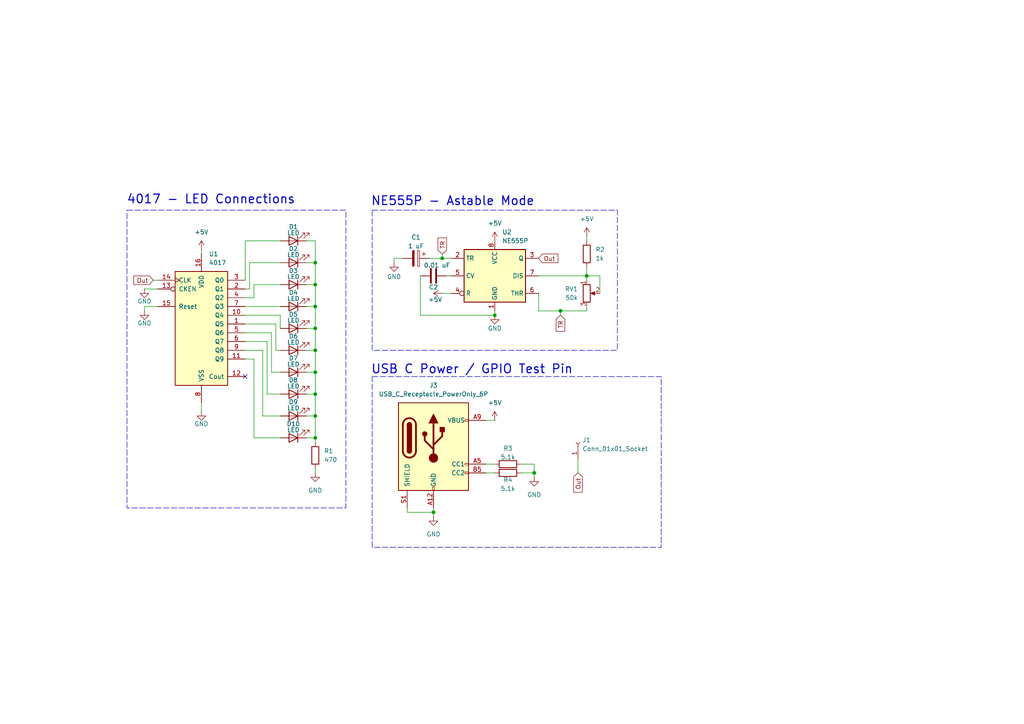
<source format=kicad_sch>
(kicad_sch
	(version 20250114)
	(generator "eeschema")
	(generator_version "9.0")
	(uuid "131b1160-6f50-49ed-b6b6-781194accf67")
	(paper "A4")
	(lib_symbols
		(symbol "4xxx:4017"
			(pin_names
				(offset 1.016)
			)
			(exclude_from_sim no)
			(in_bom yes)
			(on_board yes)
			(property "Reference" "U"
				(at -7.62 16.51 0)
				(effects
					(font
						(size 1.27 1.27)
					)
				)
			)
			(property "Value" "4017"
				(at -7.62 -19.05 0)
				(effects
					(font
						(size 1.27 1.27)
					)
				)
			)
			(property "Footprint" ""
				(at 0 0 0)
				(effects
					(font
						(size 1.27 1.27)
					)
					(hide yes)
				)
			)
			(property "Datasheet" "http://www.intersil.com/content/dam/Intersil/documents/cd40/cd4017bms-22bms.pdf"
				(at 0 0 0)
				(effects
					(font
						(size 1.27 1.27)
					)
					(hide yes)
				)
			)
			(property "Description" "Johnson Counter ( 10 outputs )"
				(at 0 0 0)
				(effects
					(font
						(size 1.27 1.27)
					)
					(hide yes)
				)
			)
			(property "ki_locked" ""
				(at 0 0 0)
				(effects
					(font
						(size 1.27 1.27)
					)
				)
			)
			(property "ki_keywords" "CNT CNT10"
				(at 0 0 0)
				(effects
					(font
						(size 1.27 1.27)
					)
					(hide yes)
				)
			)
			(property "ki_fp_filters" "DIP?16*"
				(at 0 0 0)
				(effects
					(font
						(size 1.27 1.27)
					)
					(hide yes)
				)
			)
			(symbol "4017_1_0"
				(pin input clock
					(at -12.7 12.7 0)
					(length 5.08)
					(name "CLK"
						(effects
							(font
								(size 1.27 1.27)
							)
						)
					)
					(number "14"
						(effects
							(font
								(size 1.27 1.27)
							)
						)
					)
				)
				(pin input inverted
					(at -12.7 10.16 0)
					(length 5.08)
					(name "CKEN"
						(effects
							(font
								(size 1.27 1.27)
							)
						)
					)
					(number "13"
						(effects
							(font
								(size 1.27 1.27)
							)
						)
					)
				)
				(pin input line
					(at -12.7 5.08 0)
					(length 5.08)
					(name "Reset"
						(effects
							(font
								(size 1.27 1.27)
							)
						)
					)
					(number "15"
						(effects
							(font
								(size 1.27 1.27)
							)
						)
					)
				)
				(pin power_in line
					(at 0 20.32 270)
					(length 5.08)
					(name "VDD"
						(effects
							(font
								(size 1.27 1.27)
							)
						)
					)
					(number "16"
						(effects
							(font
								(size 1.27 1.27)
							)
						)
					)
				)
				(pin power_in line
					(at 0 -22.86 90)
					(length 5.08)
					(name "VSS"
						(effects
							(font
								(size 1.27 1.27)
							)
						)
					)
					(number "8"
						(effects
							(font
								(size 1.27 1.27)
							)
						)
					)
				)
				(pin output line
					(at 12.7 12.7 180)
					(length 5.08)
					(name "Q0"
						(effects
							(font
								(size 1.27 1.27)
							)
						)
					)
					(number "3"
						(effects
							(font
								(size 1.27 1.27)
							)
						)
					)
				)
				(pin output line
					(at 12.7 10.16 180)
					(length 5.08)
					(name "Q1"
						(effects
							(font
								(size 1.27 1.27)
							)
						)
					)
					(number "2"
						(effects
							(font
								(size 1.27 1.27)
							)
						)
					)
				)
				(pin output line
					(at 12.7 7.62 180)
					(length 5.08)
					(name "Q2"
						(effects
							(font
								(size 1.27 1.27)
							)
						)
					)
					(number "4"
						(effects
							(font
								(size 1.27 1.27)
							)
						)
					)
				)
				(pin output line
					(at 12.7 5.08 180)
					(length 5.08)
					(name "Q3"
						(effects
							(font
								(size 1.27 1.27)
							)
						)
					)
					(number "7"
						(effects
							(font
								(size 1.27 1.27)
							)
						)
					)
				)
				(pin output line
					(at 12.7 2.54 180)
					(length 5.08)
					(name "Q4"
						(effects
							(font
								(size 1.27 1.27)
							)
						)
					)
					(number "10"
						(effects
							(font
								(size 1.27 1.27)
							)
						)
					)
				)
				(pin output line
					(at 12.7 0 180)
					(length 5.08)
					(name "Q5"
						(effects
							(font
								(size 1.27 1.27)
							)
						)
					)
					(number "1"
						(effects
							(font
								(size 1.27 1.27)
							)
						)
					)
				)
				(pin output line
					(at 12.7 -2.54 180)
					(length 5.08)
					(name "Q6"
						(effects
							(font
								(size 1.27 1.27)
							)
						)
					)
					(number "5"
						(effects
							(font
								(size 1.27 1.27)
							)
						)
					)
				)
				(pin output line
					(at 12.7 -5.08 180)
					(length 5.08)
					(name "Q7"
						(effects
							(font
								(size 1.27 1.27)
							)
						)
					)
					(number "6"
						(effects
							(font
								(size 1.27 1.27)
							)
						)
					)
				)
				(pin output line
					(at 12.7 -7.62 180)
					(length 5.08)
					(name "Q8"
						(effects
							(font
								(size 1.27 1.27)
							)
						)
					)
					(number "9"
						(effects
							(font
								(size 1.27 1.27)
							)
						)
					)
				)
				(pin output line
					(at 12.7 -10.16 180)
					(length 5.08)
					(name "Q9"
						(effects
							(font
								(size 1.27 1.27)
							)
						)
					)
					(number "11"
						(effects
							(font
								(size 1.27 1.27)
							)
						)
					)
				)
				(pin output line
					(at 12.7 -15.24 180)
					(length 5.08)
					(name "Cout"
						(effects
							(font
								(size 1.27 1.27)
							)
						)
					)
					(number "12"
						(effects
							(font
								(size 1.27 1.27)
							)
						)
					)
				)
			)
			(symbol "4017_1_1"
				(rectangle
					(start -7.62 15.24)
					(end 7.62 -17.78)
					(stroke
						(width 0.254)
						(type default)
					)
					(fill
						(type background)
					)
				)
			)
			(embedded_fonts no)
		)
		(symbol "Connector:Conn_01x01_Socket"
			(pin_names
				(offset 1.016)
				(hide yes)
			)
			(exclude_from_sim no)
			(in_bom yes)
			(on_board yes)
			(property "Reference" "J"
				(at 0 2.54 0)
				(effects
					(font
						(size 1.27 1.27)
					)
				)
			)
			(property "Value" "Conn_01x01_Socket"
				(at 0 -2.54 0)
				(effects
					(font
						(size 1.27 1.27)
					)
				)
			)
			(property "Footprint" ""
				(at 0 0 0)
				(effects
					(font
						(size 1.27 1.27)
					)
					(hide yes)
				)
			)
			(property "Datasheet" "~"
				(at 0 0 0)
				(effects
					(font
						(size 1.27 1.27)
					)
					(hide yes)
				)
			)
			(property "Description" "Generic connector, single row, 01x01, script generated"
				(at 0 0 0)
				(effects
					(font
						(size 1.27 1.27)
					)
					(hide yes)
				)
			)
			(property "ki_locked" ""
				(at 0 0 0)
				(effects
					(font
						(size 1.27 1.27)
					)
				)
			)
			(property "ki_keywords" "connector"
				(at 0 0 0)
				(effects
					(font
						(size 1.27 1.27)
					)
					(hide yes)
				)
			)
			(property "ki_fp_filters" "Connector*:*_1x??_*"
				(at 0 0 0)
				(effects
					(font
						(size 1.27 1.27)
					)
					(hide yes)
				)
			)
			(symbol "Conn_01x01_Socket_1_1"
				(polyline
					(pts
						(xy -1.27 0) (xy -0.508 0)
					)
					(stroke
						(width 0.1524)
						(type default)
					)
					(fill
						(type none)
					)
				)
				(arc
					(start 0 -0.508)
					(mid -0.5058 0)
					(end 0 0.508)
					(stroke
						(width 0.1524)
						(type default)
					)
					(fill
						(type none)
					)
				)
				(pin passive line
					(at -5.08 0 0)
					(length 3.81)
					(name "Pin_1"
						(effects
							(font
								(size 1.27 1.27)
							)
						)
					)
					(number "1"
						(effects
							(font
								(size 1.27 1.27)
							)
						)
					)
				)
			)
			(embedded_fonts no)
		)
		(symbol "Connector:USB_C_Receptacle_PowerOnly_6P"
			(pin_names
				(offset 1.016)
			)
			(exclude_from_sim no)
			(in_bom yes)
			(on_board yes)
			(property "Reference" "J"
				(at 0 16.51 0)
				(effects
					(font
						(size 1.27 1.27)
					)
					(justify bottom)
				)
			)
			(property "Value" "USB_C_Receptacle_PowerOnly_6P"
				(at 0 13.97 0)
				(effects
					(font
						(size 1.27 1.27)
					)
					(justify bottom)
				)
			)
			(property "Footprint" ""
				(at 3.81 2.54 0)
				(effects
					(font
						(size 1.27 1.27)
					)
					(hide yes)
				)
			)
			(property "Datasheet" "https://www.usb.org/sites/default/files/documents/usb_type-c.zip"
				(at 0 0 0)
				(effects
					(font
						(size 1.27 1.27)
					)
					(hide yes)
				)
			)
			(property "Description" "USB Power-Only 6P Type-C Receptacle connector"
				(at 0 0 0)
				(effects
					(font
						(size 1.27 1.27)
					)
					(hide yes)
				)
			)
			(property "ki_keywords" "usb universal serial bus type-C power-only charging-only 6P 6C"
				(at 0 0 0)
				(effects
					(font
						(size 1.27 1.27)
					)
					(hide yes)
				)
			)
			(property "ki_fp_filters" "USB*C*Receptacle*"
				(at 0 0 0)
				(effects
					(font
						(size 1.27 1.27)
					)
					(hide yes)
				)
			)
			(symbol "USB_C_Receptacle_PowerOnly_6P_0_0"
				(rectangle
					(start -0.254 -12.7)
					(end 0.254 -11.684)
					(stroke
						(width 0)
						(type default)
					)
					(fill
						(type none)
					)
				)
				(rectangle
					(start 10.16 7.874)
					(end 9.144 7.366)
					(stroke
						(width 0)
						(type default)
					)
					(fill
						(type none)
					)
				)
				(rectangle
					(start 10.16 -4.826)
					(end 9.144 -5.334)
					(stroke
						(width 0)
						(type default)
					)
					(fill
						(type none)
					)
				)
				(rectangle
					(start 10.16 -7.366)
					(end 9.144 -7.874)
					(stroke
						(width 0)
						(type default)
					)
					(fill
						(type none)
					)
				)
			)
			(symbol "USB_C_Receptacle_PowerOnly_6P_0_1"
				(rectangle
					(start -10.16 12.7)
					(end 10.16 -12.7)
					(stroke
						(width 0.254)
						(type default)
					)
					(fill
						(type background)
					)
				)
				(polyline
					(pts
						(xy -8.89 -1.27) (xy -8.89 6.35)
					)
					(stroke
						(width 0.508)
						(type default)
					)
					(fill
						(type none)
					)
				)
				(rectangle
					(start -7.62 -1.27)
					(end -6.35 6.35)
					(stroke
						(width 0.254)
						(type default)
					)
					(fill
						(type outline)
					)
				)
				(arc
					(start -7.62 6.35)
					(mid -6.985 6.9823)
					(end -6.35 6.35)
					(stroke
						(width 0.254)
						(type default)
					)
					(fill
						(type none)
					)
				)
				(arc
					(start -7.62 6.35)
					(mid -6.985 6.9823)
					(end -6.35 6.35)
					(stroke
						(width 0.254)
						(type default)
					)
					(fill
						(type outline)
					)
				)
				(arc
					(start -8.89 6.35)
					(mid -6.985 8.2467)
					(end -5.08 6.35)
					(stroke
						(width 0.508)
						(type default)
					)
					(fill
						(type none)
					)
				)
				(arc
					(start -5.08 -1.27)
					(mid -6.985 -3.1667)
					(end -8.89 -1.27)
					(stroke
						(width 0.508)
						(type default)
					)
					(fill
						(type none)
					)
				)
				(arc
					(start -6.35 -1.27)
					(mid -6.985 -1.9023)
					(end -7.62 -1.27)
					(stroke
						(width 0.254)
						(type default)
					)
					(fill
						(type none)
					)
				)
				(arc
					(start -6.35 -1.27)
					(mid -6.985 -1.9023)
					(end -7.62 -1.27)
					(stroke
						(width 0.254)
						(type default)
					)
					(fill
						(type outline)
					)
				)
				(polyline
					(pts
						(xy -5.08 6.35) (xy -5.08 -1.27)
					)
					(stroke
						(width 0.508)
						(type default)
					)
					(fill
						(type none)
					)
				)
				(circle
					(center -2.54 3.683)
					(radius 0.635)
					(stroke
						(width 0.254)
						(type default)
					)
					(fill
						(type outline)
					)
				)
				(polyline
					(pts
						(xy -1.27 6.858) (xy 0 9.398) (xy 1.27 6.858) (xy -1.27 6.858)
					)
					(stroke
						(width 0.254)
						(type default)
					)
					(fill
						(type outline)
					)
				)
				(polyline
					(pts
						(xy 0 0.508) (xy 2.54 3.048) (xy 2.54 4.318)
					)
					(stroke
						(width 0.508)
						(type default)
					)
					(fill
						(type none)
					)
				)
				(polyline
					(pts
						(xy 0 -0.762) (xy -2.54 1.778) (xy -2.54 3.048)
					)
					(stroke
						(width 0.508)
						(type default)
					)
					(fill
						(type none)
					)
				)
				(polyline
					(pts
						(xy 0 -3.302) (xy 0 6.858)
					)
					(stroke
						(width 0.508)
						(type default)
					)
					(fill
						(type none)
					)
				)
				(circle
					(center 0 -3.302)
					(radius 1.27)
					(stroke
						(width 0)
						(type default)
					)
					(fill
						(type outline)
					)
				)
				(rectangle
					(start 1.905 4.318)
					(end 3.175 5.588)
					(stroke
						(width 0.254)
						(type default)
					)
					(fill
						(type outline)
					)
				)
			)
			(symbol "USB_C_Receptacle_PowerOnly_6P_1_1"
				(pin passive line
					(at -7.62 -17.78 90)
					(length 5.08)
					(name "SHIELD"
						(effects
							(font
								(size 1.27 1.27)
							)
						)
					)
					(number "S1"
						(effects
							(font
								(size 1.27 1.27)
							)
						)
					)
				)
				(pin passive line
					(at 0 -17.78 90)
					(length 5.08)
					(name "GND"
						(effects
							(font
								(size 1.27 1.27)
							)
						)
					)
					(number "A12"
						(effects
							(font
								(size 1.27 1.27)
							)
						)
					)
				)
				(pin passive line
					(at 0 -17.78 90)
					(length 5.08)
					(hide yes)
					(name "GND"
						(effects
							(font
								(size 1.27 1.27)
							)
						)
					)
					(number "B12"
						(effects
							(font
								(size 1.27 1.27)
							)
						)
					)
				)
				(pin passive line
					(at 15.24 7.62 180)
					(length 5.08)
					(name "VBUS"
						(effects
							(font
								(size 1.27 1.27)
							)
						)
					)
					(number "A9"
						(effects
							(font
								(size 1.27 1.27)
							)
						)
					)
				)
				(pin passive line
					(at 15.24 7.62 180)
					(length 5.08)
					(hide yes)
					(name "VBUS"
						(effects
							(font
								(size 1.27 1.27)
							)
						)
					)
					(number "B9"
						(effects
							(font
								(size 1.27 1.27)
							)
						)
					)
				)
				(pin bidirectional line
					(at 15.24 -5.08 180)
					(length 5.08)
					(name "CC1"
						(effects
							(font
								(size 1.27 1.27)
							)
						)
					)
					(number "A5"
						(effects
							(font
								(size 1.27 1.27)
							)
						)
					)
				)
				(pin bidirectional line
					(at 15.24 -7.62 180)
					(length 5.08)
					(name "CC2"
						(effects
							(font
								(size 1.27 1.27)
							)
						)
					)
					(number "B5"
						(effects
							(font
								(size 1.27 1.27)
							)
						)
					)
				)
			)
			(embedded_fonts no)
		)
		(symbol "Device:C"
			(pin_numbers
				(hide yes)
			)
			(pin_names
				(offset 0.254)
			)
			(exclude_from_sim no)
			(in_bom yes)
			(on_board yes)
			(property "Reference" "C"
				(at 0.635 2.54 0)
				(effects
					(font
						(size 1.27 1.27)
					)
					(justify left)
				)
			)
			(property "Value" "C"
				(at 0.635 -2.54 0)
				(effects
					(font
						(size 1.27 1.27)
					)
					(justify left)
				)
			)
			(property "Footprint" ""
				(at 0.9652 -3.81 0)
				(effects
					(font
						(size 1.27 1.27)
					)
					(hide yes)
				)
			)
			(property "Datasheet" "~"
				(at 0 0 0)
				(effects
					(font
						(size 1.27 1.27)
					)
					(hide yes)
				)
			)
			(property "Description" "Unpolarized capacitor"
				(at 0 0 0)
				(effects
					(font
						(size 1.27 1.27)
					)
					(hide yes)
				)
			)
			(property "ki_keywords" "cap capacitor"
				(at 0 0 0)
				(effects
					(font
						(size 1.27 1.27)
					)
					(hide yes)
				)
			)
			(property "ki_fp_filters" "C_*"
				(at 0 0 0)
				(effects
					(font
						(size 1.27 1.27)
					)
					(hide yes)
				)
			)
			(symbol "C_0_1"
				(polyline
					(pts
						(xy -2.032 0.762) (xy 2.032 0.762)
					)
					(stroke
						(width 0.508)
						(type default)
					)
					(fill
						(type none)
					)
				)
				(polyline
					(pts
						(xy -2.032 -0.762) (xy 2.032 -0.762)
					)
					(stroke
						(width 0.508)
						(type default)
					)
					(fill
						(type none)
					)
				)
			)
			(symbol "C_1_1"
				(pin passive line
					(at 0 3.81 270)
					(length 2.794)
					(name "~"
						(effects
							(font
								(size 1.27 1.27)
							)
						)
					)
					(number "1"
						(effects
							(font
								(size 1.27 1.27)
							)
						)
					)
				)
				(pin passive line
					(at 0 -3.81 90)
					(length 2.794)
					(name "~"
						(effects
							(font
								(size 1.27 1.27)
							)
						)
					)
					(number "2"
						(effects
							(font
								(size 1.27 1.27)
							)
						)
					)
				)
			)
			(embedded_fonts no)
		)
		(symbol "Device:C_Polarized"
			(pin_numbers
				(hide yes)
			)
			(pin_names
				(offset 0.254)
			)
			(exclude_from_sim no)
			(in_bom yes)
			(on_board yes)
			(property "Reference" "C"
				(at 0.635 2.54 0)
				(effects
					(font
						(size 1.27 1.27)
					)
					(justify left)
				)
			)
			(property "Value" "C_Polarized"
				(at 0.635 -2.54 0)
				(effects
					(font
						(size 1.27 1.27)
					)
					(justify left)
				)
			)
			(property "Footprint" ""
				(at 0.9652 -3.81 0)
				(effects
					(font
						(size 1.27 1.27)
					)
					(hide yes)
				)
			)
			(property "Datasheet" "~"
				(at 0 0 0)
				(effects
					(font
						(size 1.27 1.27)
					)
					(hide yes)
				)
			)
			(property "Description" "Polarized capacitor"
				(at 0 0 0)
				(effects
					(font
						(size 1.27 1.27)
					)
					(hide yes)
				)
			)
			(property "ki_keywords" "cap capacitor"
				(at 0 0 0)
				(effects
					(font
						(size 1.27 1.27)
					)
					(hide yes)
				)
			)
			(property "ki_fp_filters" "CP_*"
				(at 0 0 0)
				(effects
					(font
						(size 1.27 1.27)
					)
					(hide yes)
				)
			)
			(symbol "C_Polarized_0_1"
				(rectangle
					(start -2.286 0.508)
					(end 2.286 1.016)
					(stroke
						(width 0)
						(type default)
					)
					(fill
						(type none)
					)
				)
				(polyline
					(pts
						(xy -1.778 2.286) (xy -0.762 2.286)
					)
					(stroke
						(width 0)
						(type default)
					)
					(fill
						(type none)
					)
				)
				(polyline
					(pts
						(xy -1.27 2.794) (xy -1.27 1.778)
					)
					(stroke
						(width 0)
						(type default)
					)
					(fill
						(type none)
					)
				)
				(rectangle
					(start 2.286 -0.508)
					(end -2.286 -1.016)
					(stroke
						(width 0)
						(type default)
					)
					(fill
						(type outline)
					)
				)
			)
			(symbol "C_Polarized_1_1"
				(pin passive line
					(at 0 3.81 270)
					(length 2.794)
					(name "~"
						(effects
							(font
								(size 1.27 1.27)
							)
						)
					)
					(number "1"
						(effects
							(font
								(size 1.27 1.27)
							)
						)
					)
				)
				(pin passive line
					(at 0 -3.81 90)
					(length 2.794)
					(name "~"
						(effects
							(font
								(size 1.27 1.27)
							)
						)
					)
					(number "2"
						(effects
							(font
								(size 1.27 1.27)
							)
						)
					)
				)
			)
			(embedded_fonts no)
		)
		(symbol "Device:LED"
			(pin_numbers
				(hide yes)
			)
			(pin_names
				(offset 1.016)
				(hide yes)
			)
			(exclude_from_sim no)
			(in_bom yes)
			(on_board yes)
			(property "Reference" "D"
				(at 0 2.54 0)
				(effects
					(font
						(size 1.27 1.27)
					)
				)
			)
			(property "Value" "LED"
				(at 0 -2.54 0)
				(effects
					(font
						(size 1.27 1.27)
					)
				)
			)
			(property "Footprint" ""
				(at 0 0 0)
				(effects
					(font
						(size 1.27 1.27)
					)
					(hide yes)
				)
			)
			(property "Datasheet" "~"
				(at 0 0 0)
				(effects
					(font
						(size 1.27 1.27)
					)
					(hide yes)
				)
			)
			(property "Description" "Light emitting diode"
				(at 0 0 0)
				(effects
					(font
						(size 1.27 1.27)
					)
					(hide yes)
				)
			)
			(property "Sim.Pins" "1=K 2=A"
				(at 0 0 0)
				(effects
					(font
						(size 1.27 1.27)
					)
					(hide yes)
				)
			)
			(property "ki_keywords" "LED diode"
				(at 0 0 0)
				(effects
					(font
						(size 1.27 1.27)
					)
					(hide yes)
				)
			)
			(property "ki_fp_filters" "LED* LED_SMD:* LED_THT:*"
				(at 0 0 0)
				(effects
					(font
						(size 1.27 1.27)
					)
					(hide yes)
				)
			)
			(symbol "LED_0_1"
				(polyline
					(pts
						(xy -3.048 -0.762) (xy -4.572 -2.286) (xy -3.81 -2.286) (xy -4.572 -2.286) (xy -4.572 -1.524)
					)
					(stroke
						(width 0)
						(type default)
					)
					(fill
						(type none)
					)
				)
				(polyline
					(pts
						(xy -1.778 -0.762) (xy -3.302 -2.286) (xy -2.54 -2.286) (xy -3.302 -2.286) (xy -3.302 -1.524)
					)
					(stroke
						(width 0)
						(type default)
					)
					(fill
						(type none)
					)
				)
				(polyline
					(pts
						(xy -1.27 0) (xy 1.27 0)
					)
					(stroke
						(width 0)
						(type default)
					)
					(fill
						(type none)
					)
				)
				(polyline
					(pts
						(xy -1.27 -1.27) (xy -1.27 1.27)
					)
					(stroke
						(width 0.254)
						(type default)
					)
					(fill
						(type none)
					)
				)
				(polyline
					(pts
						(xy 1.27 -1.27) (xy 1.27 1.27) (xy -1.27 0) (xy 1.27 -1.27)
					)
					(stroke
						(width 0.254)
						(type default)
					)
					(fill
						(type none)
					)
				)
			)
			(symbol "LED_1_1"
				(pin passive line
					(at -3.81 0 0)
					(length 2.54)
					(name "K"
						(effects
							(font
								(size 1.27 1.27)
							)
						)
					)
					(number "1"
						(effects
							(font
								(size 1.27 1.27)
							)
						)
					)
				)
				(pin passive line
					(at 3.81 0 180)
					(length 2.54)
					(name "A"
						(effects
							(font
								(size 1.27 1.27)
							)
						)
					)
					(number "2"
						(effects
							(font
								(size 1.27 1.27)
							)
						)
					)
				)
			)
			(embedded_fonts no)
		)
		(symbol "Device:R"
			(pin_numbers
				(hide yes)
			)
			(pin_names
				(offset 0)
			)
			(exclude_from_sim no)
			(in_bom yes)
			(on_board yes)
			(property "Reference" "R"
				(at 2.032 0 90)
				(effects
					(font
						(size 1.27 1.27)
					)
				)
			)
			(property "Value" "R"
				(at 0 0 90)
				(effects
					(font
						(size 1.27 1.27)
					)
				)
			)
			(property "Footprint" ""
				(at -1.778 0 90)
				(effects
					(font
						(size 1.27 1.27)
					)
					(hide yes)
				)
			)
			(property "Datasheet" "~"
				(at 0 0 0)
				(effects
					(font
						(size 1.27 1.27)
					)
					(hide yes)
				)
			)
			(property "Description" "Resistor"
				(at 0 0 0)
				(effects
					(font
						(size 1.27 1.27)
					)
					(hide yes)
				)
			)
			(property "ki_keywords" "R res resistor"
				(at 0 0 0)
				(effects
					(font
						(size 1.27 1.27)
					)
					(hide yes)
				)
			)
			(property "ki_fp_filters" "R_*"
				(at 0 0 0)
				(effects
					(font
						(size 1.27 1.27)
					)
					(hide yes)
				)
			)
			(symbol "R_0_1"
				(rectangle
					(start -1.016 -2.54)
					(end 1.016 2.54)
					(stroke
						(width 0.254)
						(type default)
					)
					(fill
						(type none)
					)
				)
			)
			(symbol "R_1_1"
				(pin passive line
					(at 0 3.81 270)
					(length 1.27)
					(name "~"
						(effects
							(font
								(size 1.27 1.27)
							)
						)
					)
					(number "1"
						(effects
							(font
								(size 1.27 1.27)
							)
						)
					)
				)
				(pin passive line
					(at 0 -3.81 90)
					(length 1.27)
					(name "~"
						(effects
							(font
								(size 1.27 1.27)
							)
						)
					)
					(number "2"
						(effects
							(font
								(size 1.27 1.27)
							)
						)
					)
				)
			)
			(embedded_fonts no)
		)
		(symbol "Device:R_Potentiometer"
			(pin_names
				(offset 1.016)
				(hide yes)
			)
			(exclude_from_sim no)
			(in_bom yes)
			(on_board yes)
			(property "Reference" "RV"
				(at -4.445 0 90)
				(effects
					(font
						(size 1.27 1.27)
					)
				)
			)
			(property "Value" "R_Potentiometer"
				(at -2.54 0 90)
				(effects
					(font
						(size 1.27 1.27)
					)
				)
			)
			(property "Footprint" ""
				(at 0 0 0)
				(effects
					(font
						(size 1.27 1.27)
					)
					(hide yes)
				)
			)
			(property "Datasheet" "~"
				(at 0 0 0)
				(effects
					(font
						(size 1.27 1.27)
					)
					(hide yes)
				)
			)
			(property "Description" "Potentiometer"
				(at 0 0 0)
				(effects
					(font
						(size 1.27 1.27)
					)
					(hide yes)
				)
			)
			(property "ki_keywords" "resistor variable"
				(at 0 0 0)
				(effects
					(font
						(size 1.27 1.27)
					)
					(hide yes)
				)
			)
			(property "ki_fp_filters" "Potentiometer*"
				(at 0 0 0)
				(effects
					(font
						(size 1.27 1.27)
					)
					(hide yes)
				)
			)
			(symbol "R_Potentiometer_0_1"
				(rectangle
					(start 1.016 2.54)
					(end -1.016 -2.54)
					(stroke
						(width 0.254)
						(type default)
					)
					(fill
						(type none)
					)
				)
				(polyline
					(pts
						(xy 1.143 0) (xy 2.286 0.508) (xy 2.286 -0.508) (xy 1.143 0)
					)
					(stroke
						(width 0)
						(type default)
					)
					(fill
						(type outline)
					)
				)
				(polyline
					(pts
						(xy 2.54 0) (xy 1.524 0)
					)
					(stroke
						(width 0)
						(type default)
					)
					(fill
						(type none)
					)
				)
			)
			(symbol "R_Potentiometer_1_1"
				(pin passive line
					(at 0 3.81 270)
					(length 1.27)
					(name "1"
						(effects
							(font
								(size 1.27 1.27)
							)
						)
					)
					(number "1"
						(effects
							(font
								(size 1.27 1.27)
							)
						)
					)
				)
				(pin passive line
					(at 0 -3.81 90)
					(length 1.27)
					(name "3"
						(effects
							(font
								(size 1.27 1.27)
							)
						)
					)
					(number "3"
						(effects
							(font
								(size 1.27 1.27)
							)
						)
					)
				)
				(pin passive line
					(at 3.81 0 180)
					(length 1.27)
					(name "2"
						(effects
							(font
								(size 1.27 1.27)
							)
						)
					)
					(number "2"
						(effects
							(font
								(size 1.27 1.27)
							)
						)
					)
				)
			)
			(embedded_fonts no)
		)
		(symbol "Timer:NE555P"
			(exclude_from_sim no)
			(in_bom yes)
			(on_board yes)
			(property "Reference" "U"
				(at -10.16 8.89 0)
				(effects
					(font
						(size 1.27 1.27)
					)
					(justify left)
				)
			)
			(property "Value" "NE555P"
				(at 2.54 8.89 0)
				(effects
					(font
						(size 1.27 1.27)
					)
					(justify left)
				)
			)
			(property "Footprint" "Package_DIP:DIP-8_W7.62mm"
				(at 16.51 -10.16 0)
				(effects
					(font
						(size 1.27 1.27)
					)
					(hide yes)
				)
			)
			(property "Datasheet" "http://www.ti.com/lit/ds/symlink/ne555.pdf"
				(at 21.59 -10.16 0)
				(effects
					(font
						(size 1.27 1.27)
					)
					(hide yes)
				)
			)
			(property "Description" "Precision Timers, 555 compatible,  PDIP-8"
				(at 0 0 0)
				(effects
					(font
						(size 1.27 1.27)
					)
					(hide yes)
				)
			)
			(property "ki_keywords" "single timer 555"
				(at 0 0 0)
				(effects
					(font
						(size 1.27 1.27)
					)
					(hide yes)
				)
			)
			(property "ki_fp_filters" "DIP*W7.62mm*"
				(at 0 0 0)
				(effects
					(font
						(size 1.27 1.27)
					)
					(hide yes)
				)
			)
			(symbol "NE555P_0_0"
				(pin power_in line
					(at 0 10.16 270)
					(length 2.54)
					(name "VCC"
						(effects
							(font
								(size 1.27 1.27)
							)
						)
					)
					(number "8"
						(effects
							(font
								(size 1.27 1.27)
							)
						)
					)
				)
				(pin power_in line
					(at 0 -10.16 90)
					(length 2.54)
					(name "GND"
						(effects
							(font
								(size 1.27 1.27)
							)
						)
					)
					(number "1"
						(effects
							(font
								(size 1.27 1.27)
							)
						)
					)
				)
			)
			(symbol "NE555P_0_1"
				(rectangle
					(start -8.89 -7.62)
					(end 8.89 7.62)
					(stroke
						(width 0.254)
						(type default)
					)
					(fill
						(type background)
					)
				)
				(rectangle
					(start -8.89 -7.62)
					(end 8.89 7.62)
					(stroke
						(width 0.254)
						(type default)
					)
					(fill
						(type background)
					)
				)
			)
			(symbol "NE555P_1_1"
				(pin input line
					(at -12.7 5.08 0)
					(length 3.81)
					(name "TR"
						(effects
							(font
								(size 1.27 1.27)
							)
						)
					)
					(number "2"
						(effects
							(font
								(size 1.27 1.27)
							)
						)
					)
				)
				(pin input line
					(at -12.7 0 0)
					(length 3.81)
					(name "CV"
						(effects
							(font
								(size 1.27 1.27)
							)
						)
					)
					(number "5"
						(effects
							(font
								(size 1.27 1.27)
							)
						)
					)
				)
				(pin input inverted
					(at -12.7 -5.08 0)
					(length 3.81)
					(name "R"
						(effects
							(font
								(size 1.27 1.27)
							)
						)
					)
					(number "4"
						(effects
							(font
								(size 1.27 1.27)
							)
						)
					)
				)
				(pin output line
					(at 12.7 5.08 180)
					(length 3.81)
					(name "Q"
						(effects
							(font
								(size 1.27 1.27)
							)
						)
					)
					(number "3"
						(effects
							(font
								(size 1.27 1.27)
							)
						)
					)
				)
				(pin input line
					(at 12.7 0 180)
					(length 3.81)
					(name "DIS"
						(effects
							(font
								(size 1.27 1.27)
							)
						)
					)
					(number "7"
						(effects
							(font
								(size 1.27 1.27)
							)
						)
					)
				)
				(pin input line
					(at 12.7 -5.08 180)
					(length 3.81)
					(name "THR"
						(effects
							(font
								(size 1.27 1.27)
							)
						)
					)
					(number "6"
						(effects
							(font
								(size 1.27 1.27)
							)
						)
					)
				)
			)
			(embedded_fonts no)
		)
		(symbol "power:+5V"
			(power)
			(pin_numbers
				(hide yes)
			)
			(pin_names
				(offset 0)
				(hide yes)
			)
			(exclude_from_sim no)
			(in_bom yes)
			(on_board yes)
			(property "Reference" "#PWR"
				(at 0 -3.81 0)
				(effects
					(font
						(size 1.27 1.27)
					)
					(hide yes)
				)
			)
			(property "Value" "+5V"
				(at 0 3.556 0)
				(effects
					(font
						(size 1.27 1.27)
					)
				)
			)
			(property "Footprint" ""
				(at 0 0 0)
				(effects
					(font
						(size 1.27 1.27)
					)
					(hide yes)
				)
			)
			(property "Datasheet" ""
				(at 0 0 0)
				(effects
					(font
						(size 1.27 1.27)
					)
					(hide yes)
				)
			)
			(property "Description" "Power symbol creates a global label with name \"+5V\""
				(at 0 0 0)
				(effects
					(font
						(size 1.27 1.27)
					)
					(hide yes)
				)
			)
			(property "ki_keywords" "global power"
				(at 0 0 0)
				(effects
					(font
						(size 1.27 1.27)
					)
					(hide yes)
				)
			)
			(symbol "+5V_0_1"
				(polyline
					(pts
						(xy -0.762 1.27) (xy 0 2.54)
					)
					(stroke
						(width 0)
						(type default)
					)
					(fill
						(type none)
					)
				)
				(polyline
					(pts
						(xy 0 2.54) (xy 0.762 1.27)
					)
					(stroke
						(width 0)
						(type default)
					)
					(fill
						(type none)
					)
				)
				(polyline
					(pts
						(xy 0 0) (xy 0 2.54)
					)
					(stroke
						(width 0)
						(type default)
					)
					(fill
						(type none)
					)
				)
			)
			(symbol "+5V_1_1"
				(pin power_in line
					(at 0 0 90)
					(length 0)
					(name "~"
						(effects
							(font
								(size 1.27 1.27)
							)
						)
					)
					(number "1"
						(effects
							(font
								(size 1.27 1.27)
							)
						)
					)
				)
			)
			(embedded_fonts no)
		)
		(symbol "power:GND"
			(power)
			(pin_numbers
				(hide yes)
			)
			(pin_names
				(offset 0)
				(hide yes)
			)
			(exclude_from_sim no)
			(in_bom yes)
			(on_board yes)
			(property "Reference" "#PWR"
				(at 0 -6.35 0)
				(effects
					(font
						(size 1.27 1.27)
					)
					(hide yes)
				)
			)
			(property "Value" "GND"
				(at 0 -3.81 0)
				(effects
					(font
						(size 1.27 1.27)
					)
				)
			)
			(property "Footprint" ""
				(at 0 0 0)
				(effects
					(font
						(size 1.27 1.27)
					)
					(hide yes)
				)
			)
			(property "Datasheet" ""
				(at 0 0 0)
				(effects
					(font
						(size 1.27 1.27)
					)
					(hide yes)
				)
			)
			(property "Description" "Power symbol creates a global label with name \"GND\" , ground"
				(at 0 0 0)
				(effects
					(font
						(size 1.27 1.27)
					)
					(hide yes)
				)
			)
			(property "ki_keywords" "global power"
				(at 0 0 0)
				(effects
					(font
						(size 1.27 1.27)
					)
					(hide yes)
				)
			)
			(symbol "GND_0_1"
				(polyline
					(pts
						(xy 0 0) (xy 0 -1.27) (xy 1.27 -1.27) (xy 0 -2.54) (xy -1.27 -1.27) (xy 0 -1.27)
					)
					(stroke
						(width 0)
						(type default)
					)
					(fill
						(type none)
					)
				)
			)
			(symbol "GND_1_1"
				(pin power_in line
					(at 0 0 270)
					(length 0)
					(name "~"
						(effects
							(font
								(size 1.27 1.27)
							)
						)
					)
					(number "1"
						(effects
							(font
								(size 1.27 1.27)
							)
						)
					)
				)
			)
			(embedded_fonts no)
		)
	)
	(rectangle
		(start 107.95 60.96)
		(end 179.07 101.6)
		(stroke
			(width 0)
			(type dash)
		)
		(fill
			(type none)
		)
		(uuid 2f7eb653-82fb-405b-89cc-56689aca6743)
	)
	(rectangle
		(start 107.95 109.22)
		(end 191.77 158.75)
		(stroke
			(width 0)
			(type dash)
		)
		(fill
			(type none)
		)
		(uuid 72b415d8-2430-474f-b8df-7cf44b2f6702)
	)
	(rectangle
		(start 36.83 60.96)
		(end 100.33 147.32)
		(stroke
			(width 0)
			(type dash)
		)
		(fill
			(type none)
		)
		(uuid 7aa035ce-3cd6-4486-a8d3-b343ae46d5cd)
	)
	(text "NE555P - Astable Mode"
		(exclude_from_sim no)
		(at 131.318 58.42 0)
		(effects
			(font
				(size 2.54 2.54)
				(thickness 0.3175)
			)
		)
		(uuid "3c49883e-76b6-4931-8793-d57231e14d82")
	)
	(text "4017 - LED Connections"
		(exclude_from_sim no)
		(at 61.214 57.912 0)
		(effects
			(font
				(size 2.54 2.54)
				(thickness 0.3175)
			)
		)
		(uuid "66c76b1a-2d4d-4172-a613-d4f620062514")
	)
	(text "USB C Power / GPIO Test Pin"
		(exclude_from_sim no)
		(at 136.906 107.188 0)
		(effects
			(font
				(size 2.54 2.54)
				(thickness 0.3175)
			)
		)
		(uuid "d50d1285-eb35-47d9-bce2-ef4b8945a0a3")
	)
	(junction
		(at 170.18 80.01)
		(diameter 0)
		(color 0 0 0 0)
		(uuid "188d4f6a-b10b-4783-902a-5cc4e290c286")
	)
	(junction
		(at 91.44 127)
		(diameter 0)
		(color 0 0 0 0)
		(uuid "3f9c3fce-96f4-4e15-af08-2192865511ba")
	)
	(junction
		(at 91.44 114.3)
		(diameter 0)
		(color 0 0 0 0)
		(uuid "40722d51-ade2-4e82-b753-f6f09a86d9e6")
	)
	(junction
		(at 154.94 137.16)
		(diameter 0)
		(color 0 0 0 0)
		(uuid "5ed9c069-7fe6-4fca-a1fb-58b2203e8847")
	)
	(junction
		(at 91.44 120.65)
		(diameter 0)
		(color 0 0 0 0)
		(uuid "7794518c-272e-4fa9-bba0-c4acf4157382")
	)
	(junction
		(at 91.44 76.2)
		(diameter 0)
		(color 0 0 0 0)
		(uuid "8264cfb4-6c89-44ff-ae7e-b346758ad164")
	)
	(junction
		(at 91.44 88.9)
		(diameter 0)
		(color 0 0 0 0)
		(uuid "826849f7-5795-4c32-8b40-553216607e4b")
	)
	(junction
		(at 91.44 95.25)
		(diameter 0)
		(color 0 0 0 0)
		(uuid "8dd96dd3-78d2-449f-ab1b-6946c328727c")
	)
	(junction
		(at 91.44 107.95)
		(diameter 0)
		(color 0 0 0 0)
		(uuid "94bfe3db-c6ab-412b-986b-96525d86a1c3")
	)
	(junction
		(at 91.44 101.6)
		(diameter 0)
		(color 0 0 0 0)
		(uuid "af24f932-bc40-4021-b0c0-0f6448e3b911")
	)
	(junction
		(at 162.56 90.17)
		(diameter 0)
		(color 0 0 0 0)
		(uuid "c00e24c7-0656-4c4b-adaa-13f496130da7")
	)
	(junction
		(at 91.44 82.55)
		(diameter 0)
		(color 0 0 0 0)
		(uuid "c8d45a25-7196-4d8f-9018-90cae869e83c")
	)
	(junction
		(at 143.51 91.44)
		(diameter 0)
		(color 0 0 0 0)
		(uuid "e4087960-9cdf-455b-b8b7-e87a22019a24")
	)
	(junction
		(at 128.27 74.93)
		(diameter 0)
		(color 0 0 0 0)
		(uuid "e79991f3-e469-40b4-ae47-84e81cfdf979")
	)
	(junction
		(at 125.73 148.59)
		(diameter 0)
		(color 0 0 0 0)
		(uuid "e8fb9bec-bcae-4e71-a6b4-f3e007c32c4b")
	)
	(no_connect
		(at 71.12 109.22)
		(uuid "f4884e7b-a0e8-4beb-9310-0e349ced5798")
	)
	(wire
		(pts
			(xy 88.9 120.65) (xy 91.44 120.65)
		)
		(stroke
			(width 0)
			(type default)
		)
		(uuid "03fc0d3f-5e03-4659-8a0a-90e50ec11f43")
	)
	(wire
		(pts
			(xy 156.21 80.01) (xy 170.18 80.01)
		)
		(stroke
			(width 0)
			(type default)
		)
		(uuid "09ac5e58-3c6e-4695-b14f-9f7f567c59a0")
	)
	(wire
		(pts
			(xy 78.74 96.52) (xy 71.12 96.52)
		)
		(stroke
			(width 0)
			(type default)
		)
		(uuid "0d8049af-4e8f-432a-b31e-a974ad91491d")
	)
	(wire
		(pts
			(xy 78.74 107.95) (xy 78.74 96.52)
		)
		(stroke
			(width 0)
			(type default)
		)
		(uuid "0ff881ba-a87f-4b41-aa9a-f470db639545")
	)
	(wire
		(pts
			(xy 76.2 120.65) (xy 76.2 101.6)
		)
		(stroke
			(width 0)
			(type default)
		)
		(uuid "11d569e0-8c60-4ce5-a086-8447da47d69e")
	)
	(wire
		(pts
			(xy 151.13 134.62) (xy 154.94 134.62)
		)
		(stroke
			(width 0)
			(type default)
		)
		(uuid "1244c237-75bd-4d24-8fce-92f77e1f00ae")
	)
	(wire
		(pts
			(xy 58.42 116.84) (xy 58.42 119.38)
		)
		(stroke
			(width 0)
			(type default)
		)
		(uuid "1ac3bef5-de15-49bb-a196-1c74133a739a")
	)
	(wire
		(pts
			(xy 128.27 74.93) (xy 130.81 74.93)
		)
		(stroke
			(width 0)
			(type default)
		)
		(uuid "1c945f2e-d1f7-420f-a413-73c36f404d26")
	)
	(wire
		(pts
			(xy 91.44 120.65) (xy 91.44 127)
		)
		(stroke
			(width 0)
			(type default)
		)
		(uuid "1cf6a7a7-7cf5-4030-9575-2a050b274a0d")
	)
	(wire
		(pts
			(xy 88.9 127) (xy 91.44 127)
		)
		(stroke
			(width 0)
			(type default)
		)
		(uuid "23ad9a71-12c2-426a-a94e-3b1e598021a6")
	)
	(wire
		(pts
			(xy 91.44 107.95) (xy 91.44 114.3)
		)
		(stroke
			(width 0)
			(type default)
		)
		(uuid "23cd4aa7-7029-4d1d-a022-42a662f54d83")
	)
	(wire
		(pts
			(xy 170.18 90.17) (xy 162.56 90.17)
		)
		(stroke
			(width 0)
			(type default)
		)
		(uuid "257a4c51-5346-4a47-b48d-bdc178573898")
	)
	(wire
		(pts
			(xy 88.9 82.55) (xy 91.44 82.55)
		)
		(stroke
			(width 0)
			(type default)
		)
		(uuid "29b29262-ddff-4da8-be38-d6ea31c95847")
	)
	(wire
		(pts
			(xy 91.44 69.85) (xy 91.44 76.2)
		)
		(stroke
			(width 0)
			(type default)
		)
		(uuid "2aef16ee-5982-448d-a654-40ca84b92254")
	)
	(wire
		(pts
			(xy 73.66 86.36) (xy 71.12 86.36)
		)
		(stroke
			(width 0)
			(type default)
		)
		(uuid "2c31115f-fdee-4a19-9afc-927c17cac66a")
	)
	(wire
		(pts
			(xy 81.28 120.65) (xy 76.2 120.65)
		)
		(stroke
			(width 0)
			(type default)
		)
		(uuid "2d8dd3fc-5177-4abe-9ae0-4918e1045331")
	)
	(wire
		(pts
			(xy 91.44 88.9) (xy 91.44 95.25)
		)
		(stroke
			(width 0)
			(type default)
		)
		(uuid "2e86281a-d4f5-408d-b6f5-8bf34d55260f")
	)
	(wire
		(pts
			(xy 167.64 133.35) (xy 167.64 137.16)
		)
		(stroke
			(width 0)
			(type default)
		)
		(uuid "2f7141ae-c8b3-4521-b3e9-1db297ce6123")
	)
	(wire
		(pts
			(xy 81.28 95.25) (xy 81.28 91.44)
		)
		(stroke
			(width 0)
			(type default)
		)
		(uuid "2fa8b31a-99f5-4980-b72d-947a17ca18d6")
	)
	(wire
		(pts
			(xy 170.18 80.01) (xy 170.18 81.28)
		)
		(stroke
			(width 0)
			(type default)
		)
		(uuid "343fe69b-1e55-49ed-9b19-fa5c9ea691b7")
	)
	(wire
		(pts
			(xy 128.27 85.09) (xy 130.81 85.09)
		)
		(stroke
			(width 0)
			(type default)
		)
		(uuid "352269a8-00bf-47a3-b7c3-d4ecb67020c6")
	)
	(wire
		(pts
			(xy 91.44 82.55) (xy 91.44 88.9)
		)
		(stroke
			(width 0)
			(type default)
		)
		(uuid "386d8c82-ffa8-43e0-8559-3ab7ef9f4338")
	)
	(wire
		(pts
			(xy 71.12 69.85) (xy 71.12 81.28)
		)
		(stroke
			(width 0)
			(type default)
		)
		(uuid "3ca4b288-75ed-4171-be38-0237943ede6e")
	)
	(wire
		(pts
			(xy 81.28 127) (xy 73.66 127)
		)
		(stroke
			(width 0)
			(type default)
		)
		(uuid "40821476-2667-4a9b-af7f-547d48798d44")
	)
	(wire
		(pts
			(xy 71.12 88.9) (xy 81.28 88.9)
		)
		(stroke
			(width 0)
			(type default)
		)
		(uuid "40fd2c7b-523f-4a68-a9b1-b2c825644622")
	)
	(wire
		(pts
			(xy 44.45 81.28) (xy 45.72 81.28)
		)
		(stroke
			(width 0)
			(type default)
		)
		(uuid "42131126-e3f1-4f31-aba3-258ac5c9404d")
	)
	(wire
		(pts
			(xy 88.9 107.95) (xy 91.44 107.95)
		)
		(stroke
			(width 0)
			(type default)
		)
		(uuid "4dda4489-9c8e-408a-8ef7-dd905cc6e4aa")
	)
	(wire
		(pts
			(xy 116.84 74.93) (xy 114.3 74.93)
		)
		(stroke
			(width 0)
			(type default)
		)
		(uuid "52bf6ee4-d76e-4bb5-8bc6-95c90e737a55")
	)
	(wire
		(pts
			(xy 118.11 148.59) (xy 125.73 148.59)
		)
		(stroke
			(width 0)
			(type default)
		)
		(uuid "54c410bb-908c-4c71-9770-1a31ac6e151a")
	)
	(wire
		(pts
			(xy 156.21 90.17) (xy 156.21 85.09)
		)
		(stroke
			(width 0)
			(type default)
		)
		(uuid "56a56dec-62cf-4d64-8c6a-bee426511761")
	)
	(wire
		(pts
			(xy 80.01 101.6) (xy 80.01 93.98)
		)
		(stroke
			(width 0)
			(type default)
		)
		(uuid "5c8f8de1-4974-4a07-a2b2-d3b8cf3bb6f7")
	)
	(wire
		(pts
			(xy 118.11 147.32) (xy 118.11 148.59)
		)
		(stroke
			(width 0)
			(type default)
		)
		(uuid "5ff6562f-2f41-4ff9-b4b0-5163127086b2")
	)
	(wire
		(pts
			(xy 140.97 121.92) (xy 143.51 121.92)
		)
		(stroke
			(width 0)
			(type default)
		)
		(uuid "693d1143-679d-4005-b366-c4cbf55a0071")
	)
	(wire
		(pts
			(xy 88.9 101.6) (xy 91.44 101.6)
		)
		(stroke
			(width 0)
			(type default)
		)
		(uuid "6c251806-6d01-4500-aad4-88f37f64d630")
	)
	(wire
		(pts
			(xy 81.28 107.95) (xy 78.74 107.95)
		)
		(stroke
			(width 0)
			(type default)
		)
		(uuid "71c4a5b3-72b6-4468-8bb7-0f60a252951e")
	)
	(wire
		(pts
			(xy 170.18 68.58) (xy 170.18 69.85)
		)
		(stroke
			(width 0)
			(type default)
		)
		(uuid "752aa65c-edc3-4201-9d33-8710276535bc")
	)
	(wire
		(pts
			(xy 81.28 101.6) (xy 80.01 101.6)
		)
		(stroke
			(width 0)
			(type default)
		)
		(uuid "78963856-89cf-4c80-a819-908cc9748edb")
	)
	(wire
		(pts
			(xy 73.66 104.14) (xy 71.12 104.14)
		)
		(stroke
			(width 0)
			(type default)
		)
		(uuid "798cb5c5-5b89-4f9e-a7b7-a607ceac775a")
	)
	(wire
		(pts
			(xy 91.44 135.89) (xy 91.44 137.16)
		)
		(stroke
			(width 0)
			(type default)
		)
		(uuid "80132db3-8739-4ec2-9e2b-2b8c82dbd417")
	)
	(wire
		(pts
			(xy 88.9 76.2) (xy 91.44 76.2)
		)
		(stroke
			(width 0)
			(type default)
		)
		(uuid "83d907fe-6dbf-4e81-824c-181b865843dc")
	)
	(wire
		(pts
			(xy 124.46 74.93) (xy 128.27 74.93)
		)
		(stroke
			(width 0)
			(type default)
		)
		(uuid "847a7285-1f89-48d4-9e13-f404c37d3e48")
	)
	(wire
		(pts
			(xy 91.44 76.2) (xy 91.44 82.55)
		)
		(stroke
			(width 0)
			(type default)
		)
		(uuid "86e1ca9b-2da3-48a8-8b1e-37fc534bb98d")
	)
	(wire
		(pts
			(xy 129.54 80.01) (xy 130.81 80.01)
		)
		(stroke
			(width 0)
			(type default)
		)
		(uuid "8c686fd1-21fa-4ec3-b32f-dcaae37c1104")
	)
	(wire
		(pts
			(xy 41.91 88.9) (xy 41.91 90.17)
		)
		(stroke
			(width 0)
			(type default)
		)
		(uuid "9014b86b-622d-4d8c-8b17-3b922d908801")
	)
	(wire
		(pts
			(xy 121.92 91.44) (xy 143.51 91.44)
		)
		(stroke
			(width 0)
			(type default)
		)
		(uuid "92254327-6f52-4533-b350-94222699adf5")
	)
	(wire
		(pts
			(xy 162.56 90.17) (xy 162.56 91.44)
		)
		(stroke
			(width 0)
			(type default)
		)
		(uuid "9381062c-2b89-44c7-92a9-c957d84575f1")
	)
	(wire
		(pts
			(xy 77.47 114.3) (xy 77.47 99.06)
		)
		(stroke
			(width 0)
			(type default)
		)
		(uuid "977b401e-1a13-432d-a3ca-4cb85e299305")
	)
	(wire
		(pts
			(xy 81.28 82.55) (xy 73.66 82.55)
		)
		(stroke
			(width 0)
			(type default)
		)
		(uuid "985d44b2-0f7e-472f-8f26-35e1b6aca27c")
	)
	(wire
		(pts
			(xy 88.9 95.25) (xy 91.44 95.25)
		)
		(stroke
			(width 0)
			(type default)
		)
		(uuid "9ba49316-698e-4ff6-861f-180ef86b63f4")
	)
	(wire
		(pts
			(xy 154.94 134.62) (xy 154.94 137.16)
		)
		(stroke
			(width 0)
			(type default)
		)
		(uuid "9dd5e5d5-dbb2-4ce3-872b-1fac3f7f3ac6")
	)
	(wire
		(pts
			(xy 151.13 137.16) (xy 154.94 137.16)
		)
		(stroke
			(width 0)
			(type default)
		)
		(uuid "9eeefac8-d633-43a2-b768-36b15d8df790")
	)
	(wire
		(pts
			(xy 91.44 101.6) (xy 91.44 107.95)
		)
		(stroke
			(width 0)
			(type default)
		)
		(uuid "9f7a804a-b93b-4166-ad71-212b97620bbb")
	)
	(wire
		(pts
			(xy 91.44 127) (xy 91.44 128.27)
		)
		(stroke
			(width 0)
			(type default)
		)
		(uuid "a42d56ae-76d4-4c84-9d12-d9b70f01056f")
	)
	(wire
		(pts
			(xy 88.9 69.85) (xy 91.44 69.85)
		)
		(stroke
			(width 0)
			(type default)
		)
		(uuid "a4870721-486c-4953-a974-3b887c28c1ed")
	)
	(wire
		(pts
			(xy 170.18 90.17) (xy 170.18 88.9)
		)
		(stroke
			(width 0)
			(type default)
		)
		(uuid "a6b365a6-6081-40db-8e59-b65e05df19d0")
	)
	(wire
		(pts
			(xy 77.47 99.06) (xy 71.12 99.06)
		)
		(stroke
			(width 0)
			(type default)
		)
		(uuid "a6fbb705-7151-4b54-abbb-f4a6890a357e")
	)
	(wire
		(pts
			(xy 76.2 101.6) (xy 71.12 101.6)
		)
		(stroke
			(width 0)
			(type default)
		)
		(uuid "aca0d887-a959-4e76-8546-016f18de158a")
	)
	(wire
		(pts
			(xy 125.73 147.32) (xy 125.73 148.59)
		)
		(stroke
			(width 0)
			(type default)
		)
		(uuid "acc4e361-eb4d-4f39-8301-ffb1f0d23e19")
	)
	(wire
		(pts
			(xy 170.18 80.01) (xy 170.18 77.47)
		)
		(stroke
			(width 0)
			(type default)
		)
		(uuid "aed83c88-8083-4c45-b936-3b2c02037a79")
	)
	(wire
		(pts
			(xy 58.42 72.39) (xy 58.42 73.66)
		)
		(stroke
			(width 0)
			(type default)
		)
		(uuid "af4ed332-4be2-4a86-8f35-9720e4c0fcbf")
	)
	(wire
		(pts
			(xy 77.47 114.3) (xy 81.28 114.3)
		)
		(stroke
			(width 0)
			(type default)
		)
		(uuid "b0448c49-c14d-4885-9245-ef0461028f48")
	)
	(wire
		(pts
			(xy 72.39 83.82) (xy 71.12 83.82)
		)
		(stroke
			(width 0)
			(type default)
		)
		(uuid "b10d48cb-a353-4b3b-87a1-bf81d8f6cee6")
	)
	(wire
		(pts
			(xy 41.91 83.82) (xy 45.72 83.82)
		)
		(stroke
			(width 0)
			(type default)
		)
		(uuid "b8da7734-bd45-4030-9703-68663ecc1204")
	)
	(wire
		(pts
			(xy 73.66 82.55) (xy 73.66 86.36)
		)
		(stroke
			(width 0)
			(type default)
		)
		(uuid "bcad0d70-8ef2-4d86-ae9e-2783482fd3cc")
	)
	(wire
		(pts
			(xy 88.9 114.3) (xy 91.44 114.3)
		)
		(stroke
			(width 0)
			(type default)
		)
		(uuid "c63985a5-e1f7-4fea-8cab-885bdf9e17b1")
	)
	(wire
		(pts
			(xy 81.28 76.2) (xy 72.39 76.2)
		)
		(stroke
			(width 0)
			(type default)
		)
		(uuid "c683eedd-8981-458e-b9d2-cda966f4b524")
	)
	(wire
		(pts
			(xy 80.01 93.98) (xy 71.12 93.98)
		)
		(stroke
			(width 0)
			(type default)
		)
		(uuid "cafd6233-b9b4-468d-9fa3-6da503cbb7f1")
	)
	(wire
		(pts
			(xy 114.3 74.93) (xy 114.3 76.2)
		)
		(stroke
			(width 0)
			(type default)
		)
		(uuid "cbc2eb11-ac2e-4ae7-9b0d-f9e3bca9c9ac")
	)
	(wire
		(pts
			(xy 140.97 134.62) (xy 143.51 134.62)
		)
		(stroke
			(width 0)
			(type default)
		)
		(uuid "cda59be9-cf48-4729-a812-2b5febd06c66")
	)
	(wire
		(pts
			(xy 91.44 95.25) (xy 91.44 101.6)
		)
		(stroke
			(width 0)
			(type default)
		)
		(uuid "cdec634d-feed-41f7-a569-32ebb5664dec")
	)
	(wire
		(pts
			(xy 143.51 90.17) (xy 143.51 91.44)
		)
		(stroke
			(width 0)
			(type default)
		)
		(uuid "ce3c47bb-8227-449b-9b56-65bbdd162c57")
	)
	(wire
		(pts
			(xy 125.73 148.59) (xy 125.73 149.86)
		)
		(stroke
			(width 0)
			(type default)
		)
		(uuid "ce85c0a5-af47-4031-8334-a4874a34d996")
	)
	(wire
		(pts
			(xy 128.27 73.66) (xy 128.27 74.93)
		)
		(stroke
			(width 0)
			(type default)
		)
		(uuid "d2e6a799-cb21-44de-8d07-6f8408bfe0be")
	)
	(wire
		(pts
			(xy 73.66 127) (xy 73.66 104.14)
		)
		(stroke
			(width 0)
			(type default)
		)
		(uuid "d3347d9d-3446-419d-96b4-17adbbd18fab")
	)
	(wire
		(pts
			(xy 173.99 85.09) (xy 173.99 80.01)
		)
		(stroke
			(width 0)
			(type default)
		)
		(uuid "d58ea6bc-05f6-4bf1-b5f9-eaf68a6b65b8")
	)
	(wire
		(pts
			(xy 88.9 88.9) (xy 91.44 88.9)
		)
		(stroke
			(width 0)
			(type default)
		)
		(uuid "e07d29ee-718d-4e42-bc10-a58c5075d999")
	)
	(wire
		(pts
			(xy 173.99 80.01) (xy 170.18 80.01)
		)
		(stroke
			(width 0)
			(type default)
		)
		(uuid "e17e781f-6d4a-4a51-9860-2d0ac40c74c5")
	)
	(wire
		(pts
			(xy 45.72 88.9) (xy 41.91 88.9)
		)
		(stroke
			(width 0)
			(type default)
		)
		(uuid "e3d79e0b-8573-428a-90aa-11fadbb95e9b")
	)
	(wire
		(pts
			(xy 72.39 76.2) (xy 72.39 83.82)
		)
		(stroke
			(width 0)
			(type default)
		)
		(uuid "e5676ef0-11d6-4233-af65-7aab74f7b1a6")
	)
	(wire
		(pts
			(xy 162.56 90.17) (xy 156.21 90.17)
		)
		(stroke
			(width 0)
			(type default)
		)
		(uuid "ea4b8e1f-8e62-40cc-ae09-a0231d8e5e4c")
	)
	(wire
		(pts
			(xy 91.44 114.3) (xy 91.44 120.65)
		)
		(stroke
			(width 0)
			(type default)
		)
		(uuid "eaa558f6-e322-49fa-85ad-d2b2276a0d66")
	)
	(wire
		(pts
			(xy 154.94 137.16) (xy 154.94 138.43)
		)
		(stroke
			(width 0)
			(type default)
		)
		(uuid "ebab5004-d631-4e00-ae60-e43df13e5f8c")
	)
	(wire
		(pts
			(xy 81.28 91.44) (xy 71.12 91.44)
		)
		(stroke
			(width 0)
			(type default)
		)
		(uuid "ef751fa8-7738-4787-8b5c-4007ff3b9538")
	)
	(wire
		(pts
			(xy 121.92 80.01) (xy 121.92 91.44)
		)
		(stroke
			(width 0)
			(type default)
		)
		(uuid "f76fef4b-eec6-444b-9f0a-0644e1cdacf5")
	)
	(wire
		(pts
			(xy 81.28 69.85) (xy 71.12 69.85)
		)
		(stroke
			(width 0)
			(type default)
		)
		(uuid "f8bef904-f6d0-4af5-b0a4-d673f14564b1")
	)
	(wire
		(pts
			(xy 140.97 137.16) (xy 143.51 137.16)
		)
		(stroke
			(width 0)
			(type default)
		)
		(uuid "ff6d09ca-e09b-4d85-9c88-7024a1d9719b")
	)
	(global_label "TR"
		(shape input)
		(at 128.27 73.66 90)
		(fields_autoplaced yes)
		(effects
			(font
				(size 1.27 1.27)
			)
			(justify left)
		)
		(uuid "016ff7fb-87df-4b81-a2d8-98416b001025")
		(property "Intersheetrefs" "${INTERSHEET_REFS}"
			(at 128.27 68.4372 90)
			(effects
				(font
					(size 1.27 1.27)
				)
				(justify left)
				(hide yes)
			)
		)
	)
	(global_label "Out"
		(shape input)
		(at 44.45 81.28 180)
		(fields_autoplaced yes)
		(effects
			(font
				(size 1.27 1.27)
			)
			(justify right)
		)
		(uuid "346e1ab9-4955-4abe-9581-07f1549b37f8")
		(property "Intersheetrefs" "${INTERSHEET_REFS}"
			(at 38.2596 81.28 0)
			(effects
				(font
					(size 1.27 1.27)
				)
				(justify right)
				(hide yes)
			)
		)
	)
	(global_label "Out"
		(shape input)
		(at 156.21 74.93 0)
		(fields_autoplaced yes)
		(effects
			(font
				(size 1.27 1.27)
			)
			(justify left)
		)
		(uuid "b458c79b-07ec-491a-901e-8e211d65bac3")
		(property "Intersheetrefs" "${INTERSHEET_REFS}"
			(at 162.4004 74.93 0)
			(effects
				(font
					(size 1.27 1.27)
				)
				(justify left)
				(hide yes)
			)
		)
	)
	(global_label "Out"
		(shape input)
		(at 167.64 137.16 270)
		(fields_autoplaced yes)
		(effects
			(font
				(size 1.27 1.27)
			)
			(justify right)
		)
		(uuid "c68ea4a9-e09f-48f5-8ab0-59298920af95")
		(property "Intersheetrefs" "${INTERSHEET_REFS}"
			(at 167.64 143.3504 90)
			(effects
				(font
					(size 1.27 1.27)
				)
				(justify right)
				(hide yes)
			)
		)
	)
	(global_label "TR"
		(shape input)
		(at 162.56 91.44 270)
		(fields_autoplaced yes)
		(effects
			(font
				(size 1.27 1.27)
			)
			(justify right)
		)
		(uuid "dcd8068d-4756-4a77-a113-c3ccfba7cd0a")
		(property "Intersheetrefs" "${INTERSHEET_REFS}"
			(at 162.56 96.6628 90)
			(effects
				(font
					(size 1.27 1.27)
				)
				(justify right)
				(hide yes)
			)
		)
	)
	(symbol
		(lib_id "power:GND")
		(at 154.94 138.43 0)
		(unit 1)
		(exclude_from_sim no)
		(in_bom yes)
		(on_board yes)
		(dnp no)
		(fields_autoplaced yes)
		(uuid "039f410e-1e24-48a4-997f-4855b4bfc107")
		(property "Reference" "#PWR015"
			(at 154.94 144.78 0)
			(effects
				(font
					(size 1.27 1.27)
				)
				(hide yes)
			)
		)
		(property "Value" "GND"
			(at 154.94 143.51 0)
			(effects
				(font
					(size 1.27 1.27)
				)
			)
		)
		(property "Footprint" ""
			(at 154.94 138.43 0)
			(effects
				(font
					(size 1.27 1.27)
				)
				(hide yes)
			)
		)
		(property "Datasheet" ""
			(at 154.94 138.43 0)
			(effects
				(font
					(size 1.27 1.27)
				)
				(hide yes)
			)
		)
		(property "Description" "Power symbol creates a global label with name \"GND\" , ground"
			(at 154.94 138.43 0)
			(effects
				(font
					(size 1.27 1.27)
				)
				(hide yes)
			)
		)
		(pin "1"
			(uuid "cd8297e7-98d4-4206-a58c-c6fb3aad61ad")
		)
		(instances
			(project ""
				(path "/131b1160-6f50-49ed-b6b6-781194accf67"
					(reference "#PWR015")
					(unit 1)
				)
			)
		)
	)
	(symbol
		(lib_id "Device:R")
		(at 170.18 73.66 0)
		(unit 1)
		(exclude_from_sim no)
		(in_bom yes)
		(on_board yes)
		(dnp no)
		(fields_autoplaced yes)
		(uuid "09af0a74-4402-4169-b32e-84e377ef5760")
		(property "Reference" "R2"
			(at 172.72 72.3899 0)
			(effects
				(font
					(size 1.27 1.27)
				)
				(justify left)
			)
		)
		(property "Value" "1k"
			(at 172.72 74.9299 0)
			(effects
				(font
					(size 1.27 1.27)
				)
				(justify left)
			)
		)
		(property "Footprint" "Resistor_THT:R_Axial_DIN0207_L6.3mm_D2.5mm_P7.62mm_Horizontal"
			(at 168.402 73.66 90)
			(effects
				(font
					(size 1.27 1.27)
				)
				(hide yes)
			)
		)
		(property "Datasheet" "~"
			(at 170.18 73.66 0)
			(effects
				(font
					(size 1.27 1.27)
				)
				(hide yes)
			)
		)
		(property "Description" "Resistor"
			(at 170.18 73.66 0)
			(effects
				(font
					(size 1.27 1.27)
				)
				(hide yes)
			)
		)
		(pin "2"
			(uuid "b6e4c92e-173b-49a8-a23b-330e2766a4ec")
		)
		(pin "1"
			(uuid "142e40d1-c822-41c8-a7b9-141ef115bb24")
		)
		(instances
			(project ""
				(path "/131b1160-6f50-49ed-b6b6-781194accf67"
					(reference "R2")
					(unit 1)
				)
			)
		)
	)
	(symbol
		(lib_id "Device:C")
		(at 125.73 80.01 90)
		(unit 1)
		(exclude_from_sim no)
		(in_bom yes)
		(on_board yes)
		(dnp no)
		(uuid "16ca3796-d843-4dff-ac8f-8ac7f698d8e1")
		(property "Reference" "C2"
			(at 125.73 83.312 90)
			(effects
				(font
					(size 1.27 1.27)
				)
			)
		)
		(property "Value" "0.01 uF"
			(at 126.746 76.962 90)
			(effects
				(font
					(size 1.27 1.27)
				)
			)
		)
		(property "Footprint" "Capacitor_THT:C_Disc_D7.5mm_W2.5mm_P5.00mm"
			(at 129.54 79.0448 0)
			(effects
				(font
					(size 1.27 1.27)
				)
				(hide yes)
			)
		)
		(property "Datasheet" "~"
			(at 125.73 80.01 0)
			(effects
				(font
					(size 1.27 1.27)
				)
				(hide yes)
			)
		)
		(property "Description" "Unpolarized capacitor"
			(at 125.73 80.01 0)
			(effects
				(font
					(size 1.27 1.27)
				)
				(hide yes)
			)
		)
		(pin "2"
			(uuid "ba034e12-8f47-48d6-9ae2-42d01ef4293a")
		)
		(pin "1"
			(uuid "a0efb146-52a1-4a06-a6de-c4a89ef62d59")
		)
		(instances
			(project ""
				(path "/131b1160-6f50-49ed-b6b6-781194accf67"
					(reference "C2")
					(unit 1)
				)
			)
		)
	)
	(symbol
		(lib_id "Device:R")
		(at 147.32 134.62 90)
		(unit 1)
		(exclude_from_sim no)
		(in_bom yes)
		(on_board yes)
		(dnp no)
		(uuid "1805f77a-a775-4848-8bc0-3035ec86022e")
		(property "Reference" "R3"
			(at 147.32 130.048 90)
			(effects
				(font
					(size 1.27 1.27)
				)
			)
		)
		(property "Value" "5.1k"
			(at 147.32 132.588 90)
			(effects
				(font
					(size 1.27 1.27)
				)
			)
		)
		(property "Footprint" "Resistor_THT:R_Axial_DIN0207_L6.3mm_D2.5mm_P7.62mm_Horizontal"
			(at 147.32 136.398 90)
			(effects
				(font
					(size 1.27 1.27)
				)
				(hide yes)
			)
		)
		(property "Datasheet" "~"
			(at 147.32 134.62 0)
			(effects
				(font
					(size 1.27 1.27)
				)
				(hide yes)
			)
		)
		(property "Description" "Resistor"
			(at 147.32 134.62 0)
			(effects
				(font
					(size 1.27 1.27)
				)
				(hide yes)
			)
		)
		(pin "1"
			(uuid "f53794f6-8d13-4dbc-997e-ab93c4e7f9e0")
		)
		(pin "2"
			(uuid "7df69ea9-948e-45e1-a2ac-970ad5e29abe")
		)
		(instances
			(project ""
				(path "/131b1160-6f50-49ed-b6b6-781194accf67"
					(reference "R3")
					(unit 1)
				)
			)
		)
	)
	(symbol
		(lib_id "Device:C_Polarized")
		(at 120.65 74.93 270)
		(unit 1)
		(exclude_from_sim no)
		(in_bom yes)
		(on_board yes)
		(dnp no)
		(uuid "1fb4ba9e-0fe4-4394-8601-7ddcc80d7b98")
		(property "Reference" "C1"
			(at 120.65 68.834 90)
			(effects
				(font
					(size 1.27 1.27)
				)
			)
		)
		(property "Value" "1 uF"
			(at 120.65 71.374 90)
			(effects
				(font
					(size 1.27 1.27)
				)
			)
		)
		(property "Footprint" "Capacitor_THT:CP_Radial_D5.0mm_P2.00mm"
			(at 116.84 75.8952 0)
			(effects
				(font
					(size 1.27 1.27)
				)
				(hide yes)
			)
		)
		(property "Datasheet" "~"
			(at 120.65 74.93 0)
			(effects
				(font
					(size 1.27 1.27)
				)
				(hide yes)
			)
		)
		(property "Description" "Polarized capacitor"
			(at 120.65 74.93 0)
			(effects
				(font
					(size 1.27 1.27)
				)
				(hide yes)
			)
		)
		(pin "2"
			(uuid "760774d4-a562-4459-b81c-410310d50425")
		)
		(pin "1"
			(uuid "ea9f0772-b088-4fca-9d06-964216413dee")
		)
		(instances
			(project ""
				(path "/131b1160-6f50-49ed-b6b6-781194accf67"
					(reference "C1")
					(unit 1)
				)
			)
		)
	)
	(symbol
		(lib_id "Device:LED")
		(at 85.09 76.2 180)
		(unit 1)
		(exclude_from_sim no)
		(in_bom yes)
		(on_board yes)
		(dnp no)
		(uuid "381cc417-5d1c-4083-9d1f-5f9b3a90a88f")
		(property "Reference" "D2"
			(at 85.09 72.136 0)
			(effects
				(font
					(size 1.27 1.27)
				)
			)
		)
		(property "Value" "LED"
			(at 85.09 73.914 0)
			(effects
				(font
					(size 1.27 1.27)
				)
			)
		)
		(property "Footprint" "LED_THT:LED_D3.0mm"
			(at 85.09 76.2 0)
			(effects
				(font
					(size 1.27 1.27)
				)
				(hide yes)
			)
		)
		(property "Datasheet" "~"
			(at 85.09 76.2 0)
			(effects
				(font
					(size 1.27 1.27)
				)
				(hide yes)
			)
		)
		(property "Description" "Light emitting diode"
			(at 85.09 76.2 0)
			(effects
				(font
					(size 1.27 1.27)
				)
				(hide yes)
			)
		)
		(property "Sim.Pins" "1=K 2=A"
			(at 85.09 76.2 0)
			(effects
				(font
					(size 1.27 1.27)
				)
				(hide yes)
			)
		)
		(pin "1"
			(uuid "1ba83c4f-48d3-4c8c-b9b7-d64b94a21008")
		)
		(pin "2"
			(uuid "850e97ab-bc56-4fed-bd7b-162b32dc06b5")
		)
		(instances
			(project "HexBlinker"
				(path "/131b1160-6f50-49ed-b6b6-781194accf67"
					(reference "D2")
					(unit 1)
				)
			)
		)
	)
	(symbol
		(lib_id "Device:LED")
		(at 85.09 95.25 180)
		(unit 1)
		(exclude_from_sim no)
		(in_bom yes)
		(on_board yes)
		(dnp no)
		(uuid "3cf9dec3-cf2e-4c92-9b15-4e8950f19031")
		(property "Reference" "D5"
			(at 85.09 91.186 0)
			(effects
				(font
					(size 1.27 1.27)
				)
			)
		)
		(property "Value" "LED"
			(at 85.09 92.964 0)
			(effects
				(font
					(size 1.27 1.27)
				)
			)
		)
		(property "Footprint" "LED_THT:LED_D3.0mm"
			(at 85.09 95.25 0)
			(effects
				(font
					(size 1.27 1.27)
				)
				(hide yes)
			)
		)
		(property "Datasheet" "~"
			(at 85.09 95.25 0)
			(effects
				(font
					(size 1.27 1.27)
				)
				(hide yes)
			)
		)
		(property "Description" "Light emitting diode"
			(at 85.09 95.25 0)
			(effects
				(font
					(size 1.27 1.27)
				)
				(hide yes)
			)
		)
		(property "Sim.Pins" "1=K 2=A"
			(at 85.09 95.25 0)
			(effects
				(font
					(size 1.27 1.27)
				)
				(hide yes)
			)
		)
		(pin "1"
			(uuid "15bd3526-5b5a-4e11-a1ec-c1e248d6bedf")
		)
		(pin "2"
			(uuid "bf86d583-04e0-4baa-9ffc-f8ee128ae1f1")
		)
		(instances
			(project "HexBlinker"
				(path "/131b1160-6f50-49ed-b6b6-781194accf67"
					(reference "D5")
					(unit 1)
				)
			)
		)
	)
	(symbol
		(lib_id "power:GND")
		(at 41.91 90.17 0)
		(unit 1)
		(exclude_from_sim no)
		(in_bom yes)
		(on_board yes)
		(dnp no)
		(uuid "3d498c56-4b76-4557-b4a2-c08e09f48952")
		(property "Reference" "#PWR02"
			(at 41.91 96.52 0)
			(effects
				(font
					(size 1.27 1.27)
				)
				(hide yes)
			)
		)
		(property "Value" "GND"
			(at 41.91 93.726 0)
			(effects
				(font
					(size 1.27 1.27)
				)
			)
		)
		(property "Footprint" ""
			(at 41.91 90.17 0)
			(effects
				(font
					(size 1.27 1.27)
				)
				(hide yes)
			)
		)
		(property "Datasheet" ""
			(at 41.91 90.17 0)
			(effects
				(font
					(size 1.27 1.27)
				)
				(hide yes)
			)
		)
		(property "Description" "Power symbol creates a global label with name \"GND\" , ground"
			(at 41.91 90.17 0)
			(effects
				(font
					(size 1.27 1.27)
				)
				(hide yes)
			)
		)
		(pin "1"
			(uuid "f473ac94-1f36-4e96-9d8c-1854f5ce6c1e")
		)
		(instances
			(project "HexBlinker"
				(path "/131b1160-6f50-49ed-b6b6-781194accf67"
					(reference "#PWR02")
					(unit 1)
				)
			)
		)
	)
	(symbol
		(lib_id "power:GND")
		(at 91.44 137.16 0)
		(unit 1)
		(exclude_from_sim no)
		(in_bom yes)
		(on_board yes)
		(dnp no)
		(fields_autoplaced yes)
		(uuid "4800731d-b00e-4127-bcbf-ac1ad4ad6c6e")
		(property "Reference" "#PWR04"
			(at 91.44 143.51 0)
			(effects
				(font
					(size 1.27 1.27)
				)
				(hide yes)
			)
		)
		(property "Value" "GND"
			(at 91.44 142.24 0)
			(effects
				(font
					(size 1.27 1.27)
				)
			)
		)
		(property "Footprint" ""
			(at 91.44 137.16 0)
			(effects
				(font
					(size 1.27 1.27)
				)
				(hide yes)
			)
		)
		(property "Datasheet" ""
			(at 91.44 137.16 0)
			(effects
				(font
					(size 1.27 1.27)
				)
				(hide yes)
			)
		)
		(property "Description" "Power symbol creates a global label with name \"GND\" , ground"
			(at 91.44 137.16 0)
			(effects
				(font
					(size 1.27 1.27)
				)
				(hide yes)
			)
		)
		(pin "1"
			(uuid "815faa62-bb93-4387-9e1e-43f0a1e2eed9")
		)
		(instances
			(project ""
				(path "/131b1160-6f50-49ed-b6b6-781194accf67"
					(reference "#PWR04")
					(unit 1)
				)
			)
		)
	)
	(symbol
		(lib_id "Device:LED")
		(at 85.09 114.3 180)
		(unit 1)
		(exclude_from_sim no)
		(in_bom yes)
		(on_board yes)
		(dnp no)
		(uuid "50f05d3a-091f-400e-896f-714cd926a45c")
		(property "Reference" "D8"
			(at 85.09 110.236 0)
			(effects
				(font
					(size 1.27 1.27)
				)
			)
		)
		(property "Value" "LED"
			(at 85.09 112.014 0)
			(effects
				(font
					(size 1.27 1.27)
				)
			)
		)
		(property "Footprint" "LED_THT:LED_D3.0mm"
			(at 85.09 114.3 0)
			(effects
				(font
					(size 1.27 1.27)
				)
				(hide yes)
			)
		)
		(property "Datasheet" "~"
			(at 85.09 114.3 0)
			(effects
				(font
					(size 1.27 1.27)
				)
				(hide yes)
			)
		)
		(property "Description" "Light emitting diode"
			(at 85.09 114.3 0)
			(effects
				(font
					(size 1.27 1.27)
				)
				(hide yes)
			)
		)
		(property "Sim.Pins" "1=K 2=A"
			(at 85.09 114.3 0)
			(effects
				(font
					(size 1.27 1.27)
				)
				(hide yes)
			)
		)
		(pin "1"
			(uuid "188be7fb-0031-4998-81eb-3e2a91cf806e")
		)
		(pin "2"
			(uuid "a4026fb3-8bb6-495f-8606-4c98c2d45df0")
		)
		(instances
			(project "HexBlinker"
				(path "/131b1160-6f50-49ed-b6b6-781194accf67"
					(reference "D8")
					(unit 1)
				)
			)
		)
	)
	(symbol
		(lib_id "power:+5V")
		(at 128.27 85.09 90)
		(unit 1)
		(exclude_from_sim no)
		(in_bom yes)
		(on_board yes)
		(dnp no)
		(uuid "55da3d63-9cb6-4b6e-acd6-d6d58cb4a53d")
		(property "Reference" "#PWR09"
			(at 132.08 85.09 0)
			(effects
				(font
					(size 1.27 1.27)
				)
				(hide yes)
			)
		)
		(property "Value" "+5V"
			(at 128.27 86.868 90)
			(effects
				(font
					(size 1.27 1.27)
				)
				(justify left)
			)
		)
		(property "Footprint" ""
			(at 128.27 85.09 0)
			(effects
				(font
					(size 1.27 1.27)
				)
				(hide yes)
			)
		)
		(property "Datasheet" ""
			(at 128.27 85.09 0)
			(effects
				(font
					(size 1.27 1.27)
				)
				(hide yes)
			)
		)
		(property "Description" "Power symbol creates a global label with name \"+5V\""
			(at 128.27 85.09 0)
			(effects
				(font
					(size 1.27 1.27)
				)
				(hide yes)
			)
		)
		(pin "1"
			(uuid "a1ea9482-af5c-4e9a-bd9a-dfd6ff14f13a")
		)
		(instances
			(project "HexBlinker"
				(path "/131b1160-6f50-49ed-b6b6-781194accf67"
					(reference "#PWR09")
					(unit 1)
				)
			)
		)
	)
	(symbol
		(lib_id "power:+5V")
		(at 143.51 121.92 0)
		(unit 1)
		(exclude_from_sim no)
		(in_bom yes)
		(on_board yes)
		(dnp no)
		(fields_autoplaced yes)
		(uuid "5873a9fd-8be8-4f5d-b33b-2f941f850fc8")
		(property "Reference" "#PWR013"
			(at 143.51 125.73 0)
			(effects
				(font
					(size 1.27 1.27)
				)
				(hide yes)
			)
		)
		(property "Value" "+5V"
			(at 143.51 116.84 0)
			(effects
				(font
					(size 1.27 1.27)
				)
			)
		)
		(property "Footprint" ""
			(at 143.51 121.92 0)
			(effects
				(font
					(size 1.27 1.27)
				)
				(hide yes)
			)
		)
		(property "Datasheet" ""
			(at 143.51 121.92 0)
			(effects
				(font
					(size 1.27 1.27)
				)
				(hide yes)
			)
		)
		(property "Description" "Power symbol creates a global label with name \"+5V\""
			(at 143.51 121.92 0)
			(effects
				(font
					(size 1.27 1.27)
				)
				(hide yes)
			)
		)
		(pin "1"
			(uuid "11098558-7270-400b-84f5-7573d3a45db6")
		)
		(instances
			(project ""
				(path "/131b1160-6f50-49ed-b6b6-781194accf67"
					(reference "#PWR013")
					(unit 1)
				)
			)
		)
	)
	(symbol
		(lib_id "Device:LED")
		(at 85.09 107.95 180)
		(unit 1)
		(exclude_from_sim no)
		(in_bom yes)
		(on_board yes)
		(dnp no)
		(uuid "7666bf13-686f-46c7-966c-4a86c3750a66")
		(property "Reference" "D7"
			(at 85.09 103.886 0)
			(effects
				(font
					(size 1.27 1.27)
				)
			)
		)
		(property "Value" "LED"
			(at 85.09 105.664 0)
			(effects
				(font
					(size 1.27 1.27)
				)
			)
		)
		(property "Footprint" "LED_THT:LED_D3.0mm"
			(at 85.09 107.95 0)
			(effects
				(font
					(size 1.27 1.27)
				)
				(hide yes)
			)
		)
		(property "Datasheet" "~"
			(at 85.09 107.95 0)
			(effects
				(font
					(size 1.27 1.27)
				)
				(hide yes)
			)
		)
		(property "Description" "Light emitting diode"
			(at 85.09 107.95 0)
			(effects
				(font
					(size 1.27 1.27)
				)
				(hide yes)
			)
		)
		(property "Sim.Pins" "1=K 2=A"
			(at 85.09 107.95 0)
			(effects
				(font
					(size 1.27 1.27)
				)
				(hide yes)
			)
		)
		(pin "1"
			(uuid "21cf05a4-adc1-4000-8ba8-d4207058044d")
		)
		(pin "2"
			(uuid "7c2309eb-1953-4f05-8526-b939354026aa")
		)
		(instances
			(project "HexBlinker"
				(path "/131b1160-6f50-49ed-b6b6-781194accf67"
					(reference "D7")
					(unit 1)
				)
			)
		)
	)
	(symbol
		(lib_id "Timer:NE555P")
		(at 143.51 80.01 0)
		(unit 1)
		(exclude_from_sim no)
		(in_bom yes)
		(on_board yes)
		(dnp no)
		(fields_autoplaced yes)
		(uuid "81d3ab46-a882-4e16-baa5-b85f4c540f58")
		(property "Reference" "U2"
			(at 145.6533 67.31 0)
			(effects
				(font
					(size 1.27 1.27)
				)
				(justify left)
			)
		)
		(property "Value" "NE555P"
			(at 145.6533 69.85 0)
			(effects
				(font
					(size 1.27 1.27)
				)
				(justify left)
			)
		)
		(property "Footprint" "Package_DIP:DIP-8_W7.62mm"
			(at 160.02 90.17 0)
			(effects
				(font
					(size 1.27 1.27)
				)
				(hide yes)
			)
		)
		(property "Datasheet" "http://www.ti.com/lit/ds/symlink/ne555.pdf"
			(at 165.1 90.17 0)
			(effects
				(font
					(size 1.27 1.27)
				)
				(hide yes)
			)
		)
		(property "Description" "Precision Timers, 555 compatible,  PDIP-8"
			(at 143.51 80.01 0)
			(effects
				(font
					(size 1.27 1.27)
				)
				(hide yes)
			)
		)
		(pin "6"
			(uuid "cc7e017d-1482-4d59-b5f4-37ba7d054bc5")
		)
		(pin "4"
			(uuid "5a232d17-5707-4c09-8338-43796b9b4ed9")
		)
		(pin "1"
			(uuid "760ddf6e-24b1-4b23-a0ce-c67b250c6ebd")
		)
		(pin "8"
			(uuid "59bb8e4f-2907-4f07-8501-e6b1565c4524")
		)
		(pin "3"
			(uuid "3582451e-ec2c-44b7-9729-2072bcb32899")
		)
		(pin "7"
			(uuid "137e9766-7899-4201-8a27-9c6400ce175f")
		)
		(pin "5"
			(uuid "a5fbe36c-5fe2-4079-81ee-490f6fb89903")
		)
		(pin "2"
			(uuid "7072949a-1e5c-440b-9398-fbacb5de567f")
		)
		(instances
			(project ""
				(path "/131b1160-6f50-49ed-b6b6-781194accf67"
					(reference "U2")
					(unit 1)
				)
			)
		)
	)
	(symbol
		(lib_id "power:+5V")
		(at 58.42 72.39 0)
		(unit 1)
		(exclude_from_sim no)
		(in_bom yes)
		(on_board yes)
		(dnp no)
		(fields_autoplaced yes)
		(uuid "87be9c53-7b06-46f5-8eb0-d5a9401002cd")
		(property "Reference" "#PWR03"
			(at 58.42 76.2 0)
			(effects
				(font
					(size 1.27 1.27)
				)
				(hide yes)
			)
		)
		(property "Value" "+5V"
			(at 58.42 67.31 0)
			(effects
				(font
					(size 1.27 1.27)
				)
			)
		)
		(property "Footprint" ""
			(at 58.42 72.39 0)
			(effects
				(font
					(size 1.27 1.27)
				)
				(hide yes)
			)
		)
		(property "Datasheet" ""
			(at 58.42 72.39 0)
			(effects
				(font
					(size 1.27 1.27)
				)
				(hide yes)
			)
		)
		(property "Description" "Power symbol creates a global label with name \"+5V\""
			(at 58.42 72.39 0)
			(effects
				(font
					(size 1.27 1.27)
				)
				(hide yes)
			)
		)
		(pin "1"
			(uuid "5785505f-7510-4c0f-b33d-d6af4f866135")
		)
		(instances
			(project ""
				(path "/131b1160-6f50-49ed-b6b6-781194accf67"
					(reference "#PWR03")
					(unit 1)
				)
			)
		)
	)
	(symbol
		(lib_id "power:GND")
		(at 143.51 91.44 0)
		(unit 1)
		(exclude_from_sim no)
		(in_bom yes)
		(on_board yes)
		(dnp no)
		(uuid "a85a1faa-1fd8-4b9e-993c-0a76bdc43070")
		(property "Reference" "#PWR07"
			(at 143.51 97.79 0)
			(effects
				(font
					(size 1.27 1.27)
				)
				(hide yes)
			)
		)
		(property "Value" "GND"
			(at 143.51 95.25 0)
			(effects
				(font
					(size 1.27 1.27)
				)
			)
		)
		(property "Footprint" ""
			(at 143.51 91.44 0)
			(effects
				(font
					(size 1.27 1.27)
				)
				(hide yes)
			)
		)
		(property "Datasheet" ""
			(at 143.51 91.44 0)
			(effects
				(font
					(size 1.27 1.27)
				)
				(hide yes)
			)
		)
		(property "Description" "Power symbol creates a global label with name \"GND\" , ground"
			(at 143.51 91.44 0)
			(effects
				(font
					(size 1.27 1.27)
				)
				(hide yes)
			)
		)
		(pin "1"
			(uuid "370d7031-c602-45bf-9bbd-0e974943c42a")
		)
		(instances
			(project ""
				(path "/131b1160-6f50-49ed-b6b6-781194accf67"
					(reference "#PWR07")
					(unit 1)
				)
			)
		)
	)
	(symbol
		(lib_id "4xxx:4017")
		(at 58.42 93.98 0)
		(unit 1)
		(exclude_from_sim no)
		(in_bom yes)
		(on_board yes)
		(dnp no)
		(fields_autoplaced yes)
		(uuid "aa3afe31-d007-4742-a9ec-9a998e90b0bc")
		(property "Reference" "U1"
			(at 60.5633 73.66 0)
			(effects
				(font
					(size 1.27 1.27)
				)
				(justify left)
			)
		)
		(property "Value" "4017"
			(at 60.5633 76.2 0)
			(effects
				(font
					(size 1.27 1.27)
				)
				(justify left)
			)
		)
		(property "Footprint" "CD4017BE:N16"
			(at 58.42 93.98 0)
			(effects
				(font
					(size 1.27 1.27)
				)
				(hide yes)
			)
		)
		(property "Datasheet" "http://www.intersil.com/content/dam/Intersil/documents/cd40/cd4017bms-22bms.pdf"
			(at 58.42 93.98 0)
			(effects
				(font
					(size 1.27 1.27)
				)
				(hide yes)
			)
		)
		(property "Description" "Johnson Counter ( 10 outputs )"
			(at 58.42 93.98 0)
			(effects
				(font
					(size 1.27 1.27)
				)
				(hide yes)
			)
		)
		(pin "7"
			(uuid "e9454c6a-606b-4eb3-959f-f719c11ac4e6")
		)
		(pin "6"
			(uuid "2c242b9f-3a50-4627-93e0-0e445ef64922")
		)
		(pin "10"
			(uuid "2fc3d916-0d62-4aa8-9c12-ee29ba6e8166")
		)
		(pin "13"
			(uuid "46e414ca-7533-4bb2-b0bd-712876bc297d")
		)
		(pin "16"
			(uuid "80e00d5b-8cd7-4b0c-8310-bf3ab09b54cc")
		)
		(pin "8"
			(uuid "f78ace84-f9cd-4af9-ab0c-a7c5a3711609")
		)
		(pin "14"
			(uuid "2dc3c24a-ece1-44df-97d9-5fc28e5aa8d6")
		)
		(pin "15"
			(uuid "a8d6a7ea-9edd-4a8e-bc47-f17513b4a64b")
		)
		(pin "4"
			(uuid "d24b04d8-7fbd-47ad-9a88-73f781db0312")
		)
		(pin "3"
			(uuid "be5afced-fe10-47c8-817a-3720b905024f")
		)
		(pin "2"
			(uuid "e8cb755f-3d88-4c17-a82f-26d149f37375")
		)
		(pin "1"
			(uuid "0472af04-2aac-44a8-93d4-403fa57a46af")
		)
		(pin "5"
			(uuid "ea4d38d1-5ef7-4980-bd1f-e57c404fe779")
		)
		(pin "11"
			(uuid "4ef32b9e-bea4-4b43-bc29-19fec55ca3b0")
		)
		(pin "9"
			(uuid "a4500699-e3af-4ad8-87ba-7c6efc144c53")
		)
		(pin "12"
			(uuid "0f75bd91-a726-4bea-a020-48277ede7ed0")
		)
		(instances
			(project ""
				(path "/131b1160-6f50-49ed-b6b6-781194accf67"
					(reference "U1")
					(unit 1)
				)
			)
		)
	)
	(symbol
		(lib_id "Device:R_Potentiometer")
		(at 170.18 85.09 0)
		(unit 1)
		(exclude_from_sim no)
		(in_bom yes)
		(on_board yes)
		(dnp no)
		(fields_autoplaced yes)
		(uuid "ad24b984-5f91-43b6-a290-b50a76c830b4")
		(property "Reference" "RV1"
			(at 167.64 83.8199 0)
			(effects
				(font
					(size 1.27 1.27)
				)
				(justify right)
			)
		)
		(property "Value" "50k"
			(at 167.64 86.3599 0)
			(effects
				(font
					(size 1.27 1.27)
				)
				(justify right)
			)
		)
		(property "Footprint" "Potentiometer_THT:Potentiometer_Vishay_T93YA_Vertical"
			(at 170.18 85.09 0)
			(effects
				(font
					(size 1.27 1.27)
				)
				(hide yes)
			)
		)
		(property "Datasheet" "~"
			(at 170.18 85.09 0)
			(effects
				(font
					(size 1.27 1.27)
				)
				(hide yes)
			)
		)
		(property "Description" "Potentiometer"
			(at 170.18 85.09 0)
			(effects
				(font
					(size 1.27 1.27)
				)
				(hide yes)
			)
		)
		(pin "1"
			(uuid "8115acd5-4af4-41ea-81ce-1a38c2423324")
		)
		(pin "3"
			(uuid "9ac91c6c-4909-4c13-9cec-1589df41f024")
		)
		(pin "2"
			(uuid "3dc5013d-71e3-4765-8c79-f54157aa7a79")
		)
		(instances
			(project ""
				(path "/131b1160-6f50-49ed-b6b6-781194accf67"
					(reference "RV1")
					(unit 1)
				)
			)
		)
	)
	(symbol
		(lib_id "power:GND")
		(at 58.42 119.38 0)
		(unit 1)
		(exclude_from_sim no)
		(in_bom yes)
		(on_board yes)
		(dnp no)
		(uuid "ae098039-3dae-44f2-b51b-8f6314e5a087")
		(property "Reference" "#PWR05"
			(at 58.42 125.73 0)
			(effects
				(font
					(size 1.27 1.27)
				)
				(hide yes)
			)
		)
		(property "Value" "GND"
			(at 58.42 122.936 0)
			(effects
				(font
					(size 1.27 1.27)
				)
			)
		)
		(property "Footprint" ""
			(at 58.42 119.38 0)
			(effects
				(font
					(size 1.27 1.27)
				)
				(hide yes)
			)
		)
		(property "Datasheet" ""
			(at 58.42 119.38 0)
			(effects
				(font
					(size 1.27 1.27)
				)
				(hide yes)
			)
		)
		(property "Description" "Power symbol creates a global label with name \"GND\" , ground"
			(at 58.42 119.38 0)
			(effects
				(font
					(size 1.27 1.27)
				)
				(hide yes)
			)
		)
		(pin "1"
			(uuid "4941e85c-1f3e-43dd-af3e-9644640eaed2")
		)
		(instances
			(project "HexBlinker"
				(path "/131b1160-6f50-49ed-b6b6-781194accf67"
					(reference "#PWR05")
					(unit 1)
				)
			)
		)
	)
	(symbol
		(lib_id "Connector:USB_C_Receptacle_PowerOnly_6P")
		(at 125.73 129.54 0)
		(unit 1)
		(exclude_from_sim no)
		(in_bom yes)
		(on_board yes)
		(dnp no)
		(fields_autoplaced yes)
		(uuid "b8f01be6-019d-457b-af34-6d3974afb70e")
		(property "Reference" "J3"
			(at 125.73 111.76 0)
			(effects
				(font
					(size 1.27 1.27)
				)
			)
		)
		(property "Value" "USB_C_Receptacle_PowerOnly_6P"
			(at 125.73 114.3 0)
			(effects
				(font
					(size 1.27 1.27)
				)
			)
		)
		(property "Footprint" "Connector_USB:USB_C_Receptacle_GCT_USB4125-xx-x_6P_TopMnt_Horizontal"
			(at 129.54 127 0)
			(effects
				(font
					(size 1.27 1.27)
				)
				(hide yes)
			)
		)
		(property "Datasheet" "https://www.usb.org/sites/default/files/documents/usb_type-c.zip"
			(at 125.73 129.54 0)
			(effects
				(font
					(size 1.27 1.27)
				)
				(hide yes)
			)
		)
		(property "Description" "USB Power-Only 6P Type-C Receptacle connector"
			(at 125.73 129.54 0)
			(effects
				(font
					(size 1.27 1.27)
				)
				(hide yes)
			)
		)
		(pin "B9"
			(uuid "de794646-abd6-4e6b-826d-1f2c0d294f7c")
		)
		(pin "A9"
			(uuid "8e63d23b-7929-462f-bf01-66297f9e8029")
		)
		(pin "S1"
			(uuid "776cbe2a-8373-41e8-8689-6f22fbdf303a")
		)
		(pin "A5"
			(uuid "15baa895-d811-4039-805e-76047be6f388")
		)
		(pin "A12"
			(uuid "9db3a37b-d4e6-44ae-b611-525aca650e6f")
		)
		(pin "B12"
			(uuid "acc9b78b-f63c-4a92-84f5-236e2e909f57")
		)
		(pin "B5"
			(uuid "e7e4b6ab-abdc-4fd0-9f6b-dbe1ab7998eb")
		)
		(instances
			(project ""
				(path "/131b1160-6f50-49ed-b6b6-781194accf67"
					(reference "J3")
					(unit 1)
				)
			)
		)
	)
	(symbol
		(lib_id "Device:LED")
		(at 85.09 120.65 180)
		(unit 1)
		(exclude_from_sim no)
		(in_bom yes)
		(on_board yes)
		(dnp no)
		(uuid "bf6b3a9c-e113-42ab-b5e7-b1aea2a1f2a7")
		(property "Reference" "D9"
			(at 85.09 116.586 0)
			(effects
				(font
					(size 1.27 1.27)
				)
			)
		)
		(property "Value" "LED"
			(at 85.09 118.364 0)
			(effects
				(font
					(size 1.27 1.27)
				)
			)
		)
		(property "Footprint" "LED_THT:LED_D3.0mm"
			(at 85.09 120.65 0)
			(effects
				(font
					(size 1.27 1.27)
				)
				(hide yes)
			)
		)
		(property "Datasheet" "~"
			(at 85.09 120.65 0)
			(effects
				(font
					(size 1.27 1.27)
				)
				(hide yes)
			)
		)
		(property "Description" "Light emitting diode"
			(at 85.09 120.65 0)
			(effects
				(font
					(size 1.27 1.27)
				)
				(hide yes)
			)
		)
		(property "Sim.Pins" "1=K 2=A"
			(at 85.09 120.65 0)
			(effects
				(font
					(size 1.27 1.27)
				)
				(hide yes)
			)
		)
		(pin "1"
			(uuid "54d54988-b52b-4203-8a88-d568eec35e7b")
		)
		(pin "2"
			(uuid "a564e0e0-3275-4d98-9a65-6f7489c8ebea")
		)
		(instances
			(project "HexBlinker"
				(path "/131b1160-6f50-49ed-b6b6-781194accf67"
					(reference "D9")
					(unit 1)
				)
			)
		)
	)
	(symbol
		(lib_id "power:GND")
		(at 125.73 149.86 0)
		(unit 1)
		(exclude_from_sim no)
		(in_bom yes)
		(on_board yes)
		(dnp no)
		(fields_autoplaced yes)
		(uuid "c161d645-f89b-4bd4-a53f-ecc5c02c0406")
		(property "Reference" "#PWR014"
			(at 125.73 156.21 0)
			(effects
				(font
					(size 1.27 1.27)
				)
				(hide yes)
			)
		)
		(property "Value" "GND"
			(at 125.73 154.94 0)
			(effects
				(font
					(size 1.27 1.27)
				)
			)
		)
		(property "Footprint" ""
			(at 125.73 149.86 0)
			(effects
				(font
					(size 1.27 1.27)
				)
				(hide yes)
			)
		)
		(property "Datasheet" ""
			(at 125.73 149.86 0)
			(effects
				(font
					(size 1.27 1.27)
				)
				(hide yes)
			)
		)
		(property "Description" "Power symbol creates a global label with name \"GND\" , ground"
			(at 125.73 149.86 0)
			(effects
				(font
					(size 1.27 1.27)
				)
				(hide yes)
			)
		)
		(pin "1"
			(uuid "561d18ce-f1f1-40e7-a235-c5674e9e125e")
		)
		(instances
			(project ""
				(path "/131b1160-6f50-49ed-b6b6-781194accf67"
					(reference "#PWR014")
					(unit 1)
				)
			)
		)
	)
	(symbol
		(lib_id "Device:LED")
		(at 85.09 127 180)
		(unit 1)
		(exclude_from_sim no)
		(in_bom yes)
		(on_board yes)
		(dnp no)
		(uuid "cc3a1d1e-8dff-476e-ba99-2a7af643ec44")
		(property "Reference" "D10"
			(at 85.09 122.936 0)
			(effects
				(font
					(size 1.27 1.27)
				)
			)
		)
		(property "Value" "LED"
			(at 85.09 124.714 0)
			(effects
				(font
					(size 1.27 1.27)
				)
			)
		)
		(property "Footprint" "LED_THT:LED_D3.0mm"
			(at 85.09 127 0)
			(effects
				(font
					(size 1.27 1.27)
				)
				(hide yes)
			)
		)
		(property "Datasheet" "~"
			(at 85.09 127 0)
			(effects
				(font
					(size 1.27 1.27)
				)
				(hide yes)
			)
		)
		(property "Description" "Light emitting diode"
			(at 85.09 127 0)
			(effects
				(font
					(size 1.27 1.27)
				)
				(hide yes)
			)
		)
		(property "Sim.Pins" "1=K 2=A"
			(at 85.09 127 0)
			(effects
				(font
					(size 1.27 1.27)
				)
				(hide yes)
			)
		)
		(pin "1"
			(uuid "12aeceeb-6a89-423c-996c-1969a9767761")
		)
		(pin "2"
			(uuid "37330bcf-fc03-48bd-88c8-e1791d766f1a")
		)
		(instances
			(project "HexBlinker"
				(path "/131b1160-6f50-49ed-b6b6-781194accf67"
					(reference "D10")
					(unit 1)
				)
			)
		)
	)
	(symbol
		(lib_id "Device:LED")
		(at 85.09 101.6 180)
		(unit 1)
		(exclude_from_sim no)
		(in_bom yes)
		(on_board yes)
		(dnp no)
		(uuid "cd5bcead-b0a0-4640-a7d4-2e882d52d0cc")
		(property "Reference" "D6"
			(at 85.09 97.536 0)
			(effects
				(font
					(size 1.27 1.27)
				)
			)
		)
		(property "Value" "LED"
			(at 85.09 99.314 0)
			(effects
				(font
					(size 1.27 1.27)
				)
			)
		)
		(property "Footprint" "LED_THT:LED_D3.0mm"
			(at 85.09 101.6 0)
			(effects
				(font
					(size 1.27 1.27)
				)
				(hide yes)
			)
		)
		(property "Datasheet" "~"
			(at 85.09 101.6 0)
			(effects
				(font
					(size 1.27 1.27)
				)
				(hide yes)
			)
		)
		(property "Description" "Light emitting diode"
			(at 85.09 101.6 0)
			(effects
				(font
					(size 1.27 1.27)
				)
				(hide yes)
			)
		)
		(property "Sim.Pins" "1=K 2=A"
			(at 85.09 101.6 0)
			(effects
				(font
					(size 1.27 1.27)
				)
				(hide yes)
			)
		)
		(pin "1"
			(uuid "488e7eb3-95a7-4187-bd2f-bfaf16bf5470")
		)
		(pin "2"
			(uuid "c3662023-ebfb-4fb6-a8db-7fb4a3bca316")
		)
		(instances
			(project "HexBlinker"
				(path "/131b1160-6f50-49ed-b6b6-781194accf67"
					(reference "D6")
					(unit 1)
				)
			)
		)
	)
	(symbol
		(lib_id "Device:R")
		(at 147.32 137.16 90)
		(unit 1)
		(exclude_from_sim no)
		(in_bom yes)
		(on_board yes)
		(dnp no)
		(uuid "ce43a291-3858-4a57-99fa-59ec80791e1e")
		(property "Reference" "R4"
			(at 147.32 139.192 90)
			(effects
				(font
					(size 1.27 1.27)
				)
			)
		)
		(property "Value" "5.1k"
			(at 147.32 141.732 90)
			(effects
				(font
					(size 1.27 1.27)
				)
			)
		)
		(property "Footprint" "Resistor_THT:R_Axial_DIN0207_L6.3mm_D2.5mm_P7.62mm_Horizontal"
			(at 147.32 138.938 90)
			(effects
				(font
					(size 1.27 1.27)
				)
				(hide yes)
			)
		)
		(property "Datasheet" "~"
			(at 147.32 137.16 0)
			(effects
				(font
					(size 1.27 1.27)
				)
				(hide yes)
			)
		)
		(property "Description" "Resistor"
			(at 147.32 137.16 0)
			(effects
				(font
					(size 1.27 1.27)
				)
				(hide yes)
			)
		)
		(pin "1"
			(uuid "bb171e23-fd46-4660-9f51-b44040235d83")
		)
		(pin "2"
			(uuid "23c2d1db-e094-4ad6-a175-994118bd0dca")
		)
		(instances
			(project "HexBlinker"
				(path "/131b1160-6f50-49ed-b6b6-781194accf67"
					(reference "R4")
					(unit 1)
				)
			)
		)
	)
	(symbol
		(lib_id "power:GND")
		(at 41.91 83.82 0)
		(unit 1)
		(exclude_from_sim no)
		(in_bom yes)
		(on_board yes)
		(dnp no)
		(uuid "cfa9314a-1418-4dd6-9696-663da7241c4f")
		(property "Reference" "#PWR01"
			(at 41.91 90.17 0)
			(effects
				(font
					(size 1.27 1.27)
				)
				(hide yes)
			)
		)
		(property "Value" "GND"
			(at 41.91 87.376 0)
			(effects
				(font
					(size 1.27 1.27)
				)
			)
		)
		(property "Footprint" ""
			(at 41.91 83.82 0)
			(effects
				(font
					(size 1.27 1.27)
				)
				(hide yes)
			)
		)
		(property "Datasheet" ""
			(at 41.91 83.82 0)
			(effects
				(font
					(size 1.27 1.27)
				)
				(hide yes)
			)
		)
		(property "Description" "Power symbol creates a global label with name \"GND\" , ground"
			(at 41.91 83.82 0)
			(effects
				(font
					(size 1.27 1.27)
				)
				(hide yes)
			)
		)
		(pin "1"
			(uuid "34470d21-66de-4016-8f5e-107eeaac9987")
		)
		(instances
			(project ""
				(path "/131b1160-6f50-49ed-b6b6-781194accf67"
					(reference "#PWR01")
					(unit 1)
				)
			)
		)
	)
	(symbol
		(lib_id "Device:LED")
		(at 85.09 88.9 180)
		(unit 1)
		(exclude_from_sim no)
		(in_bom yes)
		(on_board yes)
		(dnp no)
		(uuid "d1d05e2c-c021-4a4d-8092-fb852a933d89")
		(property "Reference" "D4"
			(at 85.09 84.836 0)
			(effects
				(font
					(size 1.27 1.27)
				)
			)
		)
		(property "Value" "LED"
			(at 85.09 86.614 0)
			(effects
				(font
					(size 1.27 1.27)
				)
			)
		)
		(property "Footprint" "LED_THT:LED_D3.0mm"
			(at 85.09 88.9 0)
			(effects
				(font
					(size 1.27 1.27)
				)
				(hide yes)
			)
		)
		(property "Datasheet" "~"
			(at 85.09 88.9 0)
			(effects
				(font
					(size 1.27 1.27)
				)
				(hide yes)
			)
		)
		(property "Description" "Light emitting diode"
			(at 85.09 88.9 0)
			(effects
				(font
					(size 1.27 1.27)
				)
				(hide yes)
			)
		)
		(property "Sim.Pins" "1=K 2=A"
			(at 85.09 88.9 0)
			(effects
				(font
					(size 1.27 1.27)
				)
				(hide yes)
			)
		)
		(pin "1"
			(uuid "4ca44aa7-ed01-4d6b-9138-edc74a5d68d6")
		)
		(pin "2"
			(uuid "4c92b055-63b5-4f09-976b-b76545031cea")
		)
		(instances
			(project "HexBlinker"
				(path "/131b1160-6f50-49ed-b6b6-781194accf67"
					(reference "D4")
					(unit 1)
				)
			)
		)
	)
	(symbol
		(lib_id "power:+5V")
		(at 170.18 68.58 0)
		(unit 1)
		(exclude_from_sim no)
		(in_bom yes)
		(on_board yes)
		(dnp no)
		(fields_autoplaced yes)
		(uuid "d46e54c5-6f72-45ef-96c2-e5b71839d676")
		(property "Reference" "#PWR010"
			(at 170.18 72.39 0)
			(effects
				(font
					(size 1.27 1.27)
				)
				(hide yes)
			)
		)
		(property "Value" "+5V"
			(at 170.18 63.5 0)
			(effects
				(font
					(size 1.27 1.27)
				)
			)
		)
		(property "Footprint" ""
			(at 170.18 68.58 0)
			(effects
				(font
					(size 1.27 1.27)
				)
				(hide yes)
			)
		)
		(property "Datasheet" ""
			(at 170.18 68.58 0)
			(effects
				(font
					(size 1.27 1.27)
				)
				(hide yes)
			)
		)
		(property "Description" "Power symbol creates a global label with name \"+5V\""
			(at 170.18 68.58 0)
			(effects
				(font
					(size 1.27 1.27)
				)
				(hide yes)
			)
		)
		(pin "1"
			(uuid "cabeb91a-4175-4df9-8708-1addc385e72e")
		)
		(instances
			(project ""
				(path "/131b1160-6f50-49ed-b6b6-781194accf67"
					(reference "#PWR010")
					(unit 1)
				)
			)
		)
	)
	(symbol
		(lib_id "Device:LED")
		(at 85.09 69.85 180)
		(unit 1)
		(exclude_from_sim no)
		(in_bom yes)
		(on_board yes)
		(dnp no)
		(uuid "dd5376d1-c1a9-45cd-97d7-86f709e27403")
		(property "Reference" "D1"
			(at 85.09 65.786 0)
			(effects
				(font
					(size 1.27 1.27)
				)
			)
		)
		(property "Value" "LED"
			(at 85.09 67.564 0)
			(effects
				(font
					(size 1.27 1.27)
				)
			)
		)
		(property "Footprint" "LED_THT:LED_D3.0mm"
			(at 85.09 69.85 0)
			(effects
				(font
					(size 1.27 1.27)
				)
				(hide yes)
			)
		)
		(property "Datasheet" "~"
			(at 85.09 69.85 0)
			(effects
				(font
					(size 1.27 1.27)
				)
				(hide yes)
			)
		)
		(property "Description" "Light emitting diode"
			(at 85.09 69.85 0)
			(effects
				(font
					(size 1.27 1.27)
				)
				(hide yes)
			)
		)
		(property "Sim.Pins" "1=K 2=A"
			(at 85.09 69.85 0)
			(effects
				(font
					(size 1.27 1.27)
				)
				(hide yes)
			)
		)
		(pin "1"
			(uuid "0fbb6fba-3add-4bb8-b340-a56000543e7b")
		)
		(pin "2"
			(uuid "6313ab2e-d12a-48a5-9ee9-7961c4f05875")
		)
		(instances
			(project ""
				(path "/131b1160-6f50-49ed-b6b6-781194accf67"
					(reference "D1")
					(unit 1)
				)
			)
		)
	)
	(symbol
		(lib_id "Device:LED")
		(at 85.09 82.55 180)
		(unit 1)
		(exclude_from_sim no)
		(in_bom yes)
		(on_board yes)
		(dnp no)
		(uuid "e4f2526a-6ad5-497b-9f19-297c6baa1e38")
		(property "Reference" "D3"
			(at 85.09 78.486 0)
			(effects
				(font
					(size 1.27 1.27)
				)
			)
		)
		(property "Value" "LED"
			(at 85.09 80.264 0)
			(effects
				(font
					(size 1.27 1.27)
				)
			)
		)
		(property "Footprint" "LED_THT:LED_D3.0mm"
			(at 85.09 82.55 0)
			(effects
				(font
					(size 1.27 1.27)
				)
				(hide yes)
			)
		)
		(property "Datasheet" "~"
			(at 85.09 82.55 0)
			(effects
				(font
					(size 1.27 1.27)
				)
				(hide yes)
			)
		)
		(property "Description" "Light emitting diode"
			(at 85.09 82.55 0)
			(effects
				(font
					(size 1.27 1.27)
				)
				(hide yes)
			)
		)
		(property "Sim.Pins" "1=K 2=A"
			(at 85.09 82.55 0)
			(effects
				(font
					(size 1.27 1.27)
				)
				(hide yes)
			)
		)
		(pin "1"
			(uuid "33ff596e-b5d5-4139-805f-2e572025e90e")
		)
		(pin "2"
			(uuid "361c2b4d-04bd-4af4-8880-4543124cf3a0")
		)
		(instances
			(project "HexBlinker"
				(path "/131b1160-6f50-49ed-b6b6-781194accf67"
					(reference "D3")
					(unit 1)
				)
			)
		)
	)
	(symbol
		(lib_id "Connector:Conn_01x01_Socket")
		(at 167.64 128.27 90)
		(unit 1)
		(exclude_from_sim no)
		(in_bom yes)
		(on_board yes)
		(dnp no)
		(fields_autoplaced yes)
		(uuid "e818a5f9-32ba-452c-a88b-4ede4d185255")
		(property "Reference" "J1"
			(at 168.91 127.6349 90)
			(effects
				(font
					(size 1.27 1.27)
				)
				(justify right)
			)
		)
		(property "Value" "Conn_01x01_Socket"
			(at 168.91 130.1749 90)
			(effects
				(font
					(size 1.27 1.27)
				)
				(justify right)
			)
		)
		(property "Footprint" "Connector_PinSocket_2.54mm:PinSocket_1x01_P2.54mm_Vertical"
			(at 167.64 128.27 0)
			(effects
				(font
					(size 1.27 1.27)
				)
				(hide yes)
			)
		)
		(property "Datasheet" "~"
			(at 167.64 128.27 0)
			(effects
				(font
					(size 1.27 1.27)
				)
				(hide yes)
			)
		)
		(property "Description" "Generic connector, single row, 01x01, script generated"
			(at 167.64 128.27 0)
			(effects
				(font
					(size 1.27 1.27)
				)
				(hide yes)
			)
		)
		(pin "1"
			(uuid "e01d8f8c-4395-41df-a003-3ff47644658a")
		)
		(instances
			(project ""
				(path "/131b1160-6f50-49ed-b6b6-781194accf67"
					(reference "J1")
					(unit 1)
				)
			)
		)
	)
	(symbol
		(lib_id "power:+5V")
		(at 143.51 69.85 0)
		(unit 1)
		(exclude_from_sim no)
		(in_bom yes)
		(on_board yes)
		(dnp no)
		(fields_autoplaced yes)
		(uuid "e8e309b5-03e9-4a2f-b766-52e7bda8e118")
		(property "Reference" "#PWR06"
			(at 143.51 73.66 0)
			(effects
				(font
					(size 1.27 1.27)
				)
				(hide yes)
			)
		)
		(property "Value" "+5V"
			(at 143.51 64.77 0)
			(effects
				(font
					(size 1.27 1.27)
				)
			)
		)
		(property "Footprint" ""
			(at 143.51 69.85 0)
			(effects
				(font
					(size 1.27 1.27)
				)
				(hide yes)
			)
		)
		(property "Datasheet" ""
			(at 143.51 69.85 0)
			(effects
				(font
					(size 1.27 1.27)
				)
				(hide yes)
			)
		)
		(property "Description" "Power symbol creates a global label with name \"+5V\""
			(at 143.51 69.85 0)
			(effects
				(font
					(size 1.27 1.27)
				)
				(hide yes)
			)
		)
		(pin "1"
			(uuid "b28165f7-0c7d-4dff-af16-e83a9a8b607a")
		)
		(instances
			(project ""
				(path "/131b1160-6f50-49ed-b6b6-781194accf67"
					(reference "#PWR06")
					(unit 1)
				)
			)
		)
	)
	(symbol
		(lib_id "Device:R")
		(at 91.44 132.08 0)
		(unit 1)
		(exclude_from_sim no)
		(in_bom yes)
		(on_board yes)
		(dnp no)
		(fields_autoplaced yes)
		(uuid "f43732aa-65a8-4389-9a79-cad2eb5d41d4")
		(property "Reference" "R1"
			(at 93.98 130.8099 0)
			(effects
				(font
					(size 1.27 1.27)
				)
				(justify left)
			)
		)
		(property "Value" "470"
			(at 93.98 133.3499 0)
			(effects
				(font
					(size 1.27 1.27)
				)
				(justify left)
			)
		)
		(property "Footprint" "Resistor_THT:R_Axial_DIN0207_L6.3mm_D2.5mm_P7.62mm_Horizontal"
			(at 89.662 132.08 90)
			(effects
				(font
					(size 1.27 1.27)
				)
				(hide yes)
			)
		)
		(property "Datasheet" "~"
			(at 91.44 132.08 0)
			(effects
				(font
					(size 1.27 1.27)
				)
				(hide yes)
			)
		)
		(property "Description" "Resistor"
			(at 91.44 132.08 0)
			(effects
				(font
					(size 1.27 1.27)
				)
				(hide yes)
			)
		)
		(pin "1"
			(uuid "3ccf29d8-dab2-4980-ae63-5c550b537db8")
		)
		(pin "2"
			(uuid "9701f218-e766-4cb5-8558-907651af180c")
		)
		(instances
			(project ""
				(path "/131b1160-6f50-49ed-b6b6-781194accf67"
					(reference "R1")
					(unit 1)
				)
			)
		)
	)
	(symbol
		(lib_id "power:GND")
		(at 114.3 76.2 0)
		(unit 1)
		(exclude_from_sim no)
		(in_bom yes)
		(on_board yes)
		(dnp no)
		(uuid "fefa69c3-d9cc-43d6-9960-4db6521a575b")
		(property "Reference" "#PWR08"
			(at 114.3 82.55 0)
			(effects
				(font
					(size 1.27 1.27)
				)
				(hide yes)
			)
		)
		(property "Value" "GND"
			(at 114.3 80.264 0)
			(effects
				(font
					(size 1.27 1.27)
				)
			)
		)
		(property "Footprint" ""
			(at 114.3 76.2 0)
			(effects
				(font
					(size 1.27 1.27)
				)
				(hide yes)
			)
		)
		(property "Datasheet" ""
			(at 114.3 76.2 0)
			(effects
				(font
					(size 1.27 1.27)
				)
				(hide yes)
			)
		)
		(property "Description" "Power symbol creates a global label with name \"GND\" , ground"
			(at 114.3 76.2 0)
			(effects
				(font
					(size 1.27 1.27)
				)
				(hide yes)
			)
		)
		(pin "1"
			(uuid "4d6bd86b-c1ee-428d-90ef-929cb60aaf25")
		)
		(instances
			(project "HexBlinker"
				(path "/131b1160-6f50-49ed-b6b6-781194accf67"
					(reference "#PWR08")
					(unit 1)
				)
			)
		)
	)
	(sheet_instances
		(path "/"
			(page "1")
		)
	)
	(embedded_fonts no)
)

</source>
